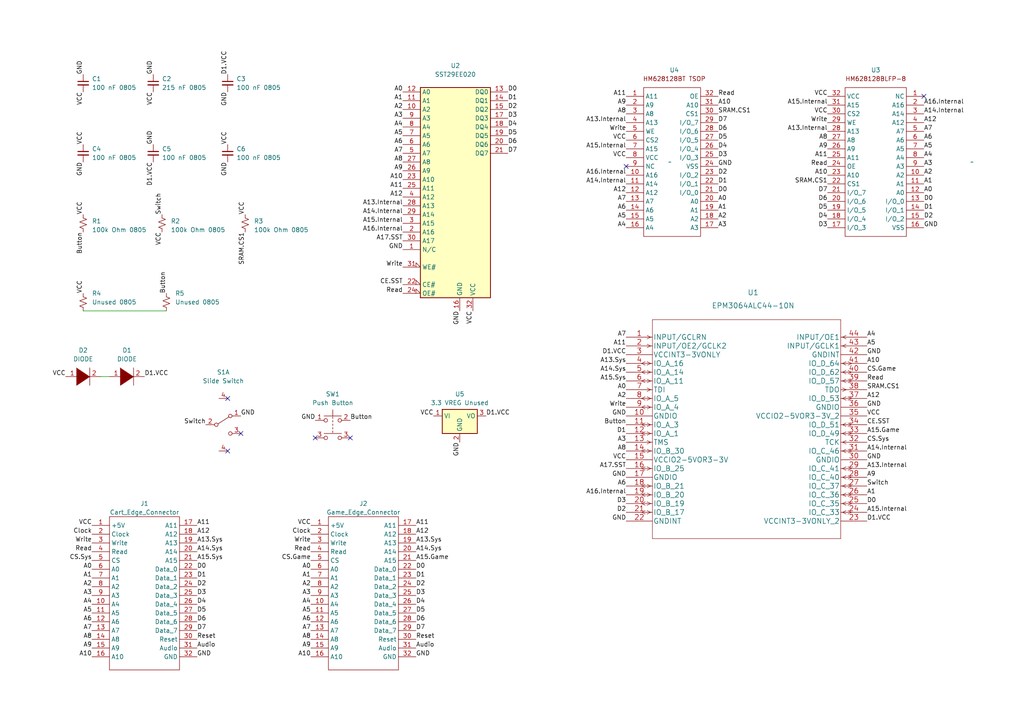
<source format=kicad_sch>
(kicad_sch (version 20230121) (generator eeschema)

  (uuid c41f34ab-ee0c-4ab4-8800-dba4333573c7)

  (paper "A4")

  (lib_symbols
    (symbol "Blaze Xplorer GB:3.3_VREG" (in_bom yes) (on_board yes)
      (property "Reference" "U5" (at 0 6.35 0)
        (effects (font (size 1.27 1.27)))
      )
      (property "Value" "3.3 VREG" (at 0 3.81 0)
        (effects (font (size 1.27 1.27)))
      )
      (property "Footprint" "" (at 0 5.08 0)
        (effects (font (size 1.27 1.27)) hide)
      )
      (property "Datasheet" "" (at 2.54 -6.35 0)
        (effects (font (size 1.27 1.27)) hide)
      )
      (property "ki_keywords" "linear regulator ldo fixed positive" (at 0 0 0)
        (effects (font (size 1.27 1.27)) hide)
      )
      (property "ki_description" "1A Low Dropout regulator, positive, 3.3V fixed output, SOT-223" (at 0 0 0)
        (effects (font (size 1.27 1.27)) hide)
      )
      (property "ki_fp_filters" "SOT?223*TabPin2*" (at 0 0 0)
        (effects (font (size 1.27 1.27)) hide)
      )
      (symbol "3.3_VREG_0_1"
        (rectangle (start -5.08 -5.08) (end 5.08 1.905)
          (stroke (width 0.254) (type default))
          (fill (type background))
        )
      )
      (symbol "3.3_VREG_1_1"
        (pin power_in line (at -7.62 0 0) (length 2.54)
          (name "VI" (effects (font (size 1.27 1.27))))
          (number "1" (effects (font (size 1.27 1.27))))
        )
        (pin power_in line (at 0 -7.62 90) (length 2.54)
          (name "GND" (effects (font (size 1.27 1.27))))
          (number "2" (effects (font (size 1.27 1.27))))
        )
        (pin power_out line (at 7.62 0 180) (length 2.54)
          (name "VO" (effects (font (size 1.27 1.27))))
          (number "3" (effects (font (size 1.27 1.27))))
        )
      )
    )
    (symbol "Blaze Xplorer GB:Button" (pin_names (offset 1.016) hide) (in_bom yes) (on_board yes)
      (property "Reference" "SW1" (at 0 7.62 0)
        (effects (font (size 1.27 1.27)))
      )
      (property "Value" "Push Button" (at 0 5.08 0)
        (effects (font (size 1.27 1.27)))
      )
      (property "Footprint" "Gameboy:1mm Side Push Button" (at 0 5.08 0)
        (effects (font (size 1.27 1.27)) hide)
      )
      (property "Datasheet" "~" (at 0 5.08 0)
        (effects (font (size 1.27 1.27)) hide)
      )
      (property "ki_keywords" "switch normally-open pushbutton push-button" (at 0 0 0)
        (effects (font (size 1.27 1.27)) hide)
      )
      (property "ki_description" "Push button switch, generic, symbol, four pins" (at 0 0 0)
        (effects (font (size 1.27 1.27)) hide)
      )
      (symbol "Button_0_1"
        (circle (center -2.032 -5.08) (radius 0.508)
          (stroke (width 0) (type default))
          (fill (type none))
        )
        (circle (center -2.032 0) (radius 0.508)
          (stroke (width 0) (type default))
          (fill (type none))
        )
        (polyline
          (pts
            (xy 0 -3.048)
            (xy 0 -3.556)
          )
          (stroke (width 0) (type default))
          (fill (type none))
        )
        (polyline
          (pts
            (xy 0 -2.032)
            (xy 0 -2.54)
          )
          (stroke (width 0) (type default))
          (fill (type none))
        )
        (polyline
          (pts
            (xy 0 -1.524)
            (xy 0 -1.016)
          )
          (stroke (width 0) (type default))
          (fill (type none))
        )
        (polyline
          (pts
            (xy 0 -0.508)
            (xy 0 0)
          )
          (stroke (width 0) (type default))
          (fill (type none))
        )
        (polyline
          (pts
            (xy 0 0.508)
            (xy 0 1.016)
          )
          (stroke (width 0) (type default))
          (fill (type none))
        )
        (polyline
          (pts
            (xy 0 1.27)
            (xy 0 3.048)
          )
          (stroke (width 0) (type default))
          (fill (type none))
        )
        (polyline
          (pts
            (xy 2.54 -3.81)
            (xy -2.54 -3.81)
          )
          (stroke (width 0) (type default))
          (fill (type none))
        )
        (polyline
          (pts
            (xy 2.54 1.27)
            (xy -2.54 1.27)
          )
          (stroke (width 0) (type default))
          (fill (type none))
        )
        (circle (center 2.032 -5.08) (radius 0.508)
          (stroke (width 0) (type default))
          (fill (type none))
        )
        (circle (center 2.032 0) (radius 0.508)
          (stroke (width 0) (type default))
          (fill (type none))
        )
        (pin passive line (at -5.08 0 0) (length 2.54)
          (name "1" (effects (font (size 1.27 1.27))))
          (number "1" (effects (font (size 1.27 1.27))))
        )
        (pin passive line (at 5.08 0 180) (length 2.54)
          (name "2" (effects (font (size 1.27 1.27))))
          (number "2" (effects (font (size 1.27 1.27))))
        )
        (pin passive line (at -5.08 -5.08 0) (length 2.54)
          (name "3" (effects (font (size 1.27 1.27))))
          (number "3" (effects (font (size 1.27 1.27))))
        )
      )
      (symbol "Button_1_1"
        (pin passive line (at 5.08 -5.08 180) (length 2.54)
          (name "3" (effects (font (size 1.27 1.27))))
          (number "3" (effects (font (size 1.27 1.27))))
        )
      )
    )
    (symbol "Blaze Xplorer GB:EPM3064ALC44-10N" (pin_names (offset 0.254)) (in_bom yes) (on_board yes)
      (property "Reference" "U1" (at 36.83 12.954 0)
        (effects (font (size 1.524 1.524)))
      )
      (property "Value" "EPM3064ALC44-10N" (at 36.83 9.144 0)
        (effects (font (size 1.524 1.524)))
      )
      (property "Footprint" "GBA:EPM3064ALC44-10N" (at 36.83 7.62 0)
        (effects (font (size 1.524 1.524)) hide)
      )
      (property "Datasheet" "" (at 0 0 0)
        (effects (font (size 1.524 1.524)))
      )
      (property "ki_locked" "" (at 0 0 0)
        (effects (font (size 1.27 1.27)))
      )
      (property "ki_fp_filters" "44-PLCC_ALR 44-PLCC_ALR-M 44-PLCC_ALR-L" (at 0 0 0)
        (effects (font (size 1.27 1.27)) hide)
      )
      (symbol "EPM3064ALC44-10N_1_1"
        (polyline
          (pts
            (xy 5.5372 -51.308)
            (xy 4.4958 -50.8)
          )
          (stroke (width 0.127) (type default))
          (fill (type none))
        )
        (polyline
          (pts
            (xy 5.5372 -50.292)
            (xy 4.4958 -50.8)
          )
          (stroke (width 0.127) (type default))
          (fill (type none))
        )
        (polyline
          (pts
            (xy 5.5372 -48.768)
            (xy 4.4958 -48.26)
          )
          (stroke (width 0.127) (type default))
          (fill (type none))
        )
        (polyline
          (pts
            (xy 5.5372 -47.752)
            (xy 4.4958 -48.26)
          )
          (stroke (width 0.127) (type default))
          (fill (type none))
        )
        (polyline
          (pts
            (xy 5.5372 -46.228)
            (xy 4.4958 -45.72)
          )
          (stroke (width 0.127) (type default))
          (fill (type none))
        )
        (polyline
          (pts
            (xy 5.5372 -45.212)
            (xy 4.4958 -45.72)
          )
          (stroke (width 0.127) (type default))
          (fill (type none))
        )
        (polyline
          (pts
            (xy 5.5372 -43.688)
            (xy 4.4958 -43.18)
          )
          (stroke (width 0.127) (type default))
          (fill (type none))
        )
        (polyline
          (pts
            (xy 5.5372 -42.672)
            (xy 4.4958 -43.18)
          )
          (stroke (width 0.127) (type default))
          (fill (type none))
        )
        (polyline
          (pts
            (xy 5.5372 -38.608)
            (xy 4.4958 -38.1)
          )
          (stroke (width 0.127) (type default))
          (fill (type none))
        )
        (polyline
          (pts
            (xy 5.5372 -37.592)
            (xy 4.4958 -38.1)
          )
          (stroke (width 0.127) (type default))
          (fill (type none))
        )
        (polyline
          (pts
            (xy 5.5372 -33.528)
            (xy 4.4958 -33.02)
          )
          (stroke (width 0.127) (type default))
          (fill (type none))
        )
        (polyline
          (pts
            (xy 5.5372 -32.512)
            (xy 4.4958 -33.02)
          )
          (stroke (width 0.127) (type default))
          (fill (type none))
        )
        (polyline
          (pts
            (xy 5.5372 -28.448)
            (xy 4.4958 -27.94)
          )
          (stroke (width 0.127) (type default))
          (fill (type none))
        )
        (polyline
          (pts
            (xy 5.5372 -27.432)
            (xy 4.4958 -27.94)
          )
          (stroke (width 0.127) (type default))
          (fill (type none))
        )
        (polyline
          (pts
            (xy 5.5372 -25.908)
            (xy 4.4958 -25.4)
          )
          (stroke (width 0.127) (type default))
          (fill (type none))
        )
        (polyline
          (pts
            (xy 5.5372 -24.892)
            (xy 4.4958 -25.4)
          )
          (stroke (width 0.127) (type default))
          (fill (type none))
        )
        (polyline
          (pts
            (xy 5.5372 -20.828)
            (xy 4.4958 -20.32)
          )
          (stroke (width 0.127) (type default))
          (fill (type none))
        )
        (polyline
          (pts
            (xy 5.5372 -19.812)
            (xy 4.4958 -20.32)
          )
          (stroke (width 0.127) (type default))
          (fill (type none))
        )
        (polyline
          (pts
            (xy 5.5372 -18.288)
            (xy 4.4958 -17.78)
          )
          (stroke (width 0.127) (type default))
          (fill (type none))
        )
        (polyline
          (pts
            (xy 5.5372 -17.272)
            (xy 4.4958 -17.78)
          )
          (stroke (width 0.127) (type default))
          (fill (type none))
        )
        (polyline
          (pts
            (xy 5.5372 -13.208)
            (xy 4.4958 -12.7)
          )
          (stroke (width 0.127) (type default))
          (fill (type none))
        )
        (polyline
          (pts
            (xy 5.5372 -12.192)
            (xy 4.4958 -12.7)
          )
          (stroke (width 0.127) (type default))
          (fill (type none))
        )
        (polyline
          (pts
            (xy 5.5372 -10.668)
            (xy 4.4958 -10.16)
          )
          (stroke (width 0.127) (type default))
          (fill (type none))
        )
        (polyline
          (pts
            (xy 5.5372 -9.652)
            (xy 4.4958 -10.16)
          )
          (stroke (width 0.127) (type default))
          (fill (type none))
        )
        (polyline
          (pts
            (xy 5.5372 -8.128)
            (xy 4.4958 -7.62)
          )
          (stroke (width 0.127) (type default))
          (fill (type none))
        )
        (polyline
          (pts
            (xy 5.5372 -7.112)
            (xy 4.4958 -7.62)
          )
          (stroke (width 0.127) (type default))
          (fill (type none))
        )
        (polyline
          (pts
            (xy 7.112 -50.8)
            (xy 6.0452 -51.308)
          )
          (stroke (width 0.127) (type default))
          (fill (type none))
        )
        (polyline
          (pts
            (xy 7.112 -50.8)
            (xy 6.0452 -50.292)
          )
          (stroke (width 0.127) (type default))
          (fill (type none))
        )
        (polyline
          (pts
            (xy 7.112 -48.26)
            (xy 6.0452 -48.768)
          )
          (stroke (width 0.127) (type default))
          (fill (type none))
        )
        (polyline
          (pts
            (xy 7.112 -48.26)
            (xy 6.0452 -47.752)
          )
          (stroke (width 0.127) (type default))
          (fill (type none))
        )
        (polyline
          (pts
            (xy 7.112 -45.72)
            (xy 6.0452 -46.228)
          )
          (stroke (width 0.127) (type default))
          (fill (type none))
        )
        (polyline
          (pts
            (xy 7.112 -45.72)
            (xy 6.0452 -45.212)
          )
          (stroke (width 0.127) (type default))
          (fill (type none))
        )
        (polyline
          (pts
            (xy 7.112 -43.18)
            (xy 6.0452 -43.688)
          )
          (stroke (width 0.127) (type default))
          (fill (type none))
        )
        (polyline
          (pts
            (xy 7.112 -43.18)
            (xy 6.0452 -42.672)
          )
          (stroke (width 0.127) (type default))
          (fill (type none))
        )
        (polyline
          (pts
            (xy 7.112 -38.1)
            (xy 6.0452 -38.608)
          )
          (stroke (width 0.127) (type default))
          (fill (type none))
        )
        (polyline
          (pts
            (xy 7.112 -38.1)
            (xy 6.0452 -37.592)
          )
          (stroke (width 0.127) (type default))
          (fill (type none))
        )
        (polyline
          (pts
            (xy 7.112 -33.02)
            (xy 6.0452 -33.528)
          )
          (stroke (width 0.127) (type default))
          (fill (type none))
        )
        (polyline
          (pts
            (xy 7.112 -33.02)
            (xy 6.0452 -32.512)
          )
          (stroke (width 0.127) (type default))
          (fill (type none))
        )
        (polyline
          (pts
            (xy 7.112 -30.48)
            (xy 6.0452 -30.988)
          )
          (stroke (width 0.127) (type default))
          (fill (type none))
        )
        (polyline
          (pts
            (xy 7.112 -30.48)
            (xy 6.0452 -29.972)
          )
          (stroke (width 0.127) (type default))
          (fill (type none))
        )
        (polyline
          (pts
            (xy 7.112 -27.94)
            (xy 6.0452 -28.448)
          )
          (stroke (width 0.127) (type default))
          (fill (type none))
        )
        (polyline
          (pts
            (xy 7.112 -27.94)
            (xy 6.0452 -27.432)
          )
          (stroke (width 0.127) (type default))
          (fill (type none))
        )
        (polyline
          (pts
            (xy 7.112 -25.4)
            (xy 6.0452 -25.908)
          )
          (stroke (width 0.127) (type default))
          (fill (type none))
        )
        (polyline
          (pts
            (xy 7.112 -25.4)
            (xy 6.0452 -24.892)
          )
          (stroke (width 0.127) (type default))
          (fill (type none))
        )
        (polyline
          (pts
            (xy 7.112 -20.32)
            (xy 6.0452 -20.828)
          )
          (stroke (width 0.127) (type default))
          (fill (type none))
        )
        (polyline
          (pts
            (xy 7.112 -20.32)
            (xy 6.0452 -19.812)
          )
          (stroke (width 0.127) (type default))
          (fill (type none))
        )
        (polyline
          (pts
            (xy 7.112 -17.78)
            (xy 6.0452 -18.288)
          )
          (stroke (width 0.127) (type default))
          (fill (type none))
        )
        (polyline
          (pts
            (xy 7.112 -17.78)
            (xy 6.0452 -17.272)
          )
          (stroke (width 0.127) (type default))
          (fill (type none))
        )
        (polyline
          (pts
            (xy 7.112 -15.24)
            (xy 6.0452 -15.748)
          )
          (stroke (width 0.127) (type default))
          (fill (type none))
        )
        (polyline
          (pts
            (xy 7.112 -15.24)
            (xy 6.0452 -14.732)
          )
          (stroke (width 0.127) (type default))
          (fill (type none))
        )
        (polyline
          (pts
            (xy 7.112 -12.7)
            (xy 6.0452 -13.208)
          )
          (stroke (width 0.127) (type default))
          (fill (type none))
        )
        (polyline
          (pts
            (xy 7.112 -12.7)
            (xy 6.0452 -12.192)
          )
          (stroke (width 0.127) (type default))
          (fill (type none))
        )
        (polyline
          (pts
            (xy 7.112 -10.16)
            (xy 6.0452 -10.668)
          )
          (stroke (width 0.127) (type default))
          (fill (type none))
        )
        (polyline
          (pts
            (xy 7.112 -10.16)
            (xy 6.0452 -9.652)
          )
          (stroke (width 0.127) (type default))
          (fill (type none))
        )
        (polyline
          (pts
            (xy 7.112 -7.62)
            (xy 6.0452 -8.128)
          )
          (stroke (width 0.127) (type default))
          (fill (type none))
        )
        (polyline
          (pts
            (xy 7.112 -7.62)
            (xy 6.0452 -7.112)
          )
          (stroke (width 0.127) (type default))
          (fill (type none))
        )
        (polyline
          (pts
            (xy 7.112 -2.54)
            (xy 6.0452 -3.048)
          )
          (stroke (width 0.127) (type default))
          (fill (type none))
        )
        (polyline
          (pts
            (xy 7.112 -2.54)
            (xy 6.0452 -2.032)
          )
          (stroke (width 0.127) (type default))
          (fill (type none))
        )
        (polyline
          (pts
            (xy 7.112 0)
            (xy 6.0452 -0.508)
          )
          (stroke (width 0.127) (type default))
          (fill (type none))
        )
        (polyline
          (pts
            (xy 7.112 0)
            (xy 6.0452 0.508)
          )
          (stroke (width 0.127) (type default))
          (fill (type none))
        )
        (polyline
          (pts
            (xy 7.62 -58.42)
            (xy 62.23 -58.42)
          )
          (stroke (width 0.127) (type default))
          (fill (type none))
        )
        (polyline
          (pts
            (xy 7.62 5.08)
            (xy 7.62 -58.42)
          )
          (stroke (width 0.127) (type default))
          (fill (type none))
        )
        (polyline
          (pts
            (xy 62.23 -58.42)
            (xy 62.23 5.08)
          )
          (stroke (width 0.127) (type default))
          (fill (type none))
        )
        (polyline
          (pts
            (xy 62.23 5.08)
            (xy 7.62 5.08)
          )
          (stroke (width 0.127) (type default))
          (fill (type none))
        )
        (polyline
          (pts
            (xy 62.738 -50.8)
            (xy 63.8048 -51.308)
          )
          (stroke (width 0.127) (type default))
          (fill (type none))
        )
        (polyline
          (pts
            (xy 62.738 -50.8)
            (xy 63.8048 -50.292)
          )
          (stroke (width 0.127) (type default))
          (fill (type none))
        )
        (polyline
          (pts
            (xy 62.738 -48.26)
            (xy 63.8048 -48.768)
          )
          (stroke (width 0.127) (type default))
          (fill (type none))
        )
        (polyline
          (pts
            (xy 62.738 -48.26)
            (xy 63.8048 -47.752)
          )
          (stroke (width 0.127) (type default))
          (fill (type none))
        )
        (polyline
          (pts
            (xy 62.738 -45.72)
            (xy 63.8048 -46.228)
          )
          (stroke (width 0.127) (type default))
          (fill (type none))
        )
        (polyline
          (pts
            (xy 62.738 -45.72)
            (xy 63.8048 -45.212)
          )
          (stroke (width 0.127) (type default))
          (fill (type none))
        )
        (polyline
          (pts
            (xy 62.738 -43.18)
            (xy 63.8048 -43.688)
          )
          (stroke (width 0.127) (type default))
          (fill (type none))
        )
        (polyline
          (pts
            (xy 62.738 -43.18)
            (xy 63.8048 -42.672)
          )
          (stroke (width 0.127) (type default))
          (fill (type none))
        )
        (polyline
          (pts
            (xy 62.738 -40.64)
            (xy 63.8048 -41.148)
          )
          (stroke (width 0.127) (type default))
          (fill (type none))
        )
        (polyline
          (pts
            (xy 62.738 -40.64)
            (xy 63.8048 -40.132)
          )
          (stroke (width 0.127) (type default))
          (fill (type none))
        )
        (polyline
          (pts
            (xy 62.738 -38.1)
            (xy 63.8048 -38.608)
          )
          (stroke (width 0.127) (type default))
          (fill (type none))
        )
        (polyline
          (pts
            (xy 62.738 -38.1)
            (xy 63.8048 -37.592)
          )
          (stroke (width 0.127) (type default))
          (fill (type none))
        )
        (polyline
          (pts
            (xy 62.738 -33.02)
            (xy 63.8048 -33.528)
          )
          (stroke (width 0.127) (type default))
          (fill (type none))
        )
        (polyline
          (pts
            (xy 62.738 -33.02)
            (xy 63.8048 -32.512)
          )
          (stroke (width 0.127) (type default))
          (fill (type none))
        )
        (polyline
          (pts
            (xy 62.738 -30.48)
            (xy 63.8048 -30.988)
          )
          (stroke (width 0.127) (type default))
          (fill (type none))
        )
        (polyline
          (pts
            (xy 62.738 -30.48)
            (xy 63.8048 -29.972)
          )
          (stroke (width 0.127) (type default))
          (fill (type none))
        )
        (polyline
          (pts
            (xy 62.738 -27.94)
            (xy 63.8048 -28.448)
          )
          (stroke (width 0.127) (type default))
          (fill (type none))
        )
        (polyline
          (pts
            (xy 62.738 -27.94)
            (xy 63.8048 -27.432)
          )
          (stroke (width 0.127) (type default))
          (fill (type none))
        )
        (polyline
          (pts
            (xy 62.738 -25.4)
            (xy 63.8048 -25.908)
          )
          (stroke (width 0.127) (type default))
          (fill (type none))
        )
        (polyline
          (pts
            (xy 62.738 -25.4)
            (xy 63.8048 -24.892)
          )
          (stroke (width 0.127) (type default))
          (fill (type none))
        )
        (polyline
          (pts
            (xy 62.738 -17.78)
            (xy 63.8048 -18.288)
          )
          (stroke (width 0.127) (type default))
          (fill (type none))
        )
        (polyline
          (pts
            (xy 62.738 -17.78)
            (xy 63.8048 -17.272)
          )
          (stroke (width 0.127) (type default))
          (fill (type none))
        )
        (polyline
          (pts
            (xy 62.738 -15.748)
            (xy 63.8048 -15.24)
          )
          (stroke (width 0.127) (type default))
          (fill (type none))
        )
        (polyline
          (pts
            (xy 62.738 -14.732)
            (xy 63.8048 -15.24)
          )
          (stroke (width 0.127) (type default))
          (fill (type none))
        )
        (polyline
          (pts
            (xy 62.738 -12.7)
            (xy 63.8048 -13.208)
          )
          (stroke (width 0.127) (type default))
          (fill (type none))
        )
        (polyline
          (pts
            (xy 62.738 -12.7)
            (xy 63.8048 -12.192)
          )
          (stroke (width 0.127) (type default))
          (fill (type none))
        )
        (polyline
          (pts
            (xy 62.738 -10.16)
            (xy 63.8048 -10.668)
          )
          (stroke (width 0.127) (type default))
          (fill (type none))
        )
        (polyline
          (pts
            (xy 62.738 -10.16)
            (xy 63.8048 -9.652)
          )
          (stroke (width 0.127) (type default))
          (fill (type none))
        )
        (polyline
          (pts
            (xy 62.738 -7.62)
            (xy 63.8048 -8.128)
          )
          (stroke (width 0.127) (type default))
          (fill (type none))
        )
        (polyline
          (pts
            (xy 62.738 -7.62)
            (xy 63.8048 -7.112)
          )
          (stroke (width 0.127) (type default))
          (fill (type none))
        )
        (polyline
          (pts
            (xy 62.738 -2.54)
            (xy 63.8048 -3.048)
          )
          (stroke (width 0.127) (type default))
          (fill (type none))
        )
        (polyline
          (pts
            (xy 62.738 -2.54)
            (xy 63.8048 -2.032)
          )
          (stroke (width 0.127) (type default))
          (fill (type none))
        )
        (polyline
          (pts
            (xy 62.738 0)
            (xy 63.8048 -0.508)
          )
          (stroke (width 0.127) (type default))
          (fill (type none))
        )
        (polyline
          (pts
            (xy 62.738 0)
            (xy 63.8048 0.508)
          )
          (stroke (width 0.127) (type default))
          (fill (type none))
        )
        (polyline
          (pts
            (xy 64.3128 -51.308)
            (xy 65.3542 -50.8)
          )
          (stroke (width 0.127) (type default))
          (fill (type none))
        )
        (polyline
          (pts
            (xy 64.3128 -50.292)
            (xy 65.3542 -50.8)
          )
          (stroke (width 0.127) (type default))
          (fill (type none))
        )
        (polyline
          (pts
            (xy 64.3128 -48.768)
            (xy 65.3542 -48.26)
          )
          (stroke (width 0.127) (type default))
          (fill (type none))
        )
        (polyline
          (pts
            (xy 64.3128 -47.752)
            (xy 65.3542 -48.26)
          )
          (stroke (width 0.127) (type default))
          (fill (type none))
        )
        (polyline
          (pts
            (xy 64.3128 -46.228)
            (xy 65.3542 -45.72)
          )
          (stroke (width 0.127) (type default))
          (fill (type none))
        )
        (polyline
          (pts
            (xy 64.3128 -45.212)
            (xy 65.3542 -45.72)
          )
          (stroke (width 0.127) (type default))
          (fill (type none))
        )
        (polyline
          (pts
            (xy 64.3128 -43.688)
            (xy 65.3542 -43.18)
          )
          (stroke (width 0.127) (type default))
          (fill (type none))
        )
        (polyline
          (pts
            (xy 64.3128 -42.672)
            (xy 65.3542 -43.18)
          )
          (stroke (width 0.127) (type default))
          (fill (type none))
        )
        (polyline
          (pts
            (xy 64.3128 -41.148)
            (xy 65.3542 -40.64)
          )
          (stroke (width 0.127) (type default))
          (fill (type none))
        )
        (polyline
          (pts
            (xy 64.3128 -40.132)
            (xy 65.3542 -40.64)
          )
          (stroke (width 0.127) (type default))
          (fill (type none))
        )
        (polyline
          (pts
            (xy 64.3128 -38.608)
            (xy 65.3542 -38.1)
          )
          (stroke (width 0.127) (type default))
          (fill (type none))
        )
        (polyline
          (pts
            (xy 64.3128 -37.592)
            (xy 65.3542 -38.1)
          )
          (stroke (width 0.127) (type default))
          (fill (type none))
        )
        (polyline
          (pts
            (xy 64.3128 -33.528)
            (xy 65.3542 -33.02)
          )
          (stroke (width 0.127) (type default))
          (fill (type none))
        )
        (polyline
          (pts
            (xy 64.3128 -32.512)
            (xy 65.3542 -33.02)
          )
          (stroke (width 0.127) (type default))
          (fill (type none))
        )
        (polyline
          (pts
            (xy 64.3128 -28.448)
            (xy 65.3542 -27.94)
          )
          (stroke (width 0.127) (type default))
          (fill (type none))
        )
        (polyline
          (pts
            (xy 64.3128 -27.432)
            (xy 65.3542 -27.94)
          )
          (stroke (width 0.127) (type default))
          (fill (type none))
        )
        (polyline
          (pts
            (xy 64.3128 -25.908)
            (xy 65.3542 -25.4)
          )
          (stroke (width 0.127) (type default))
          (fill (type none))
        )
        (polyline
          (pts
            (xy 64.3128 -24.892)
            (xy 65.3542 -25.4)
          )
          (stroke (width 0.127) (type default))
          (fill (type none))
        )
        (polyline
          (pts
            (xy 64.3128 -18.288)
            (xy 65.3542 -17.78)
          )
          (stroke (width 0.127) (type default))
          (fill (type none))
        )
        (polyline
          (pts
            (xy 64.3128 -17.272)
            (xy 65.3542 -17.78)
          )
          (stroke (width 0.127) (type default))
          (fill (type none))
        )
        (polyline
          (pts
            (xy 64.3128 -13.208)
            (xy 65.3542 -12.7)
          )
          (stroke (width 0.127) (type default))
          (fill (type none))
        )
        (polyline
          (pts
            (xy 64.3128 -12.192)
            (xy 65.3542 -12.7)
          )
          (stroke (width 0.127) (type default))
          (fill (type none))
        )
        (polyline
          (pts
            (xy 64.3128 -10.668)
            (xy 65.3542 -10.16)
          )
          (stroke (width 0.127) (type default))
          (fill (type none))
        )
        (polyline
          (pts
            (xy 64.3128 -9.652)
            (xy 65.3542 -10.16)
          )
          (stroke (width 0.127) (type default))
          (fill (type none))
        )
        (polyline
          (pts
            (xy 64.3128 -8.128)
            (xy 65.3542 -7.62)
          )
          (stroke (width 0.127) (type default))
          (fill (type none))
        )
        (polyline
          (pts
            (xy 64.3128 -7.112)
            (xy 65.3542 -7.62)
          )
          (stroke (width 0.127) (type default))
          (fill (type none))
        )
        (pin input line (at 0 0 0) (length 7.62)
          (name "INPUT/GCLRN" (effects (font (size 1.4986 1.4986))))
          (number "1" (effects (font (size 1.4986 1.4986))))
        )
        (pin power_in line (at 0 -22.86 0) (length 7.62)
          (name "GNDIO" (effects (font (size 1.4986 1.4986))))
          (number "10" (effects (font (size 1.4986 1.4986))))
        )
        (pin bidirectional line (at 0 -25.4 0) (length 7.62)
          (name "IO_A_3" (effects (font (size 1.4986 1.4986))))
          (number "11" (effects (font (size 1.4986 1.4986))))
        )
        (pin bidirectional line (at 0 -27.94 0) (length 7.62)
          (name "IO_A_1" (effects (font (size 1.4986 1.4986))))
          (number "12" (effects (font (size 1.4986 1.4986))))
        )
        (pin input line (at 0 -30.48 0) (length 7.62)
          (name "TMS" (effects (font (size 1.4986 1.4986))))
          (number "13" (effects (font (size 1.4986 1.4986))))
        )
        (pin bidirectional line (at 0 -33.02 0) (length 7.62)
          (name "IO_B_30" (effects (font (size 1.4986 1.4986))))
          (number "14" (effects (font (size 1.4986 1.4986))))
        )
        (pin power_in line (at 0 -35.56 0) (length 7.62)
          (name "VCCIO2-5VOR3-3V" (effects (font (size 1.4986 1.4986))))
          (number "15" (effects (font (size 1.4986 1.4986))))
        )
        (pin bidirectional line (at 0 -38.1 0) (length 7.62)
          (name "IO_B_25" (effects (font (size 1.4986 1.4986))))
          (number "16" (effects (font (size 1.4986 1.4986))))
        )
        (pin power_in line (at 0 -40.64 0) (length 7.62)
          (name "GNDIO" (effects (font (size 1.4986 1.4986))))
          (number "17" (effects (font (size 1.4986 1.4986))))
        )
        (pin bidirectional line (at 0 -43.18 0) (length 7.62)
          (name "IO_B_21" (effects (font (size 1.4986 1.4986))))
          (number "18" (effects (font (size 1.4986 1.4986))))
        )
        (pin bidirectional line (at 0 -45.72 0) (length 7.62)
          (name "IO_B_20" (effects (font (size 1.4986 1.4986))))
          (number "19" (effects (font (size 1.4986 1.4986))))
        )
        (pin input line (at 0 -2.54 0) (length 7.62)
          (name "INPUT/OE2/GCLK2" (effects (font (size 1.4986 1.4986))))
          (number "2" (effects (font (size 1.4986 1.4986))))
        )
        (pin bidirectional line (at 0 -48.26 0) (length 7.62)
          (name "IO_B_19" (effects (font (size 1.4986 1.4986))))
          (number "20" (effects (font (size 1.4986 1.4986))))
        )
        (pin bidirectional line (at 0 -50.8 0) (length 7.62)
          (name "IO_B_17" (effects (font (size 1.4986 1.4986))))
          (number "21" (effects (font (size 1.4986 1.4986))))
        )
        (pin power_in line (at 0 -53.34 0) (length 7.62)
          (name "GNDINT" (effects (font (size 1.4986 1.4986))))
          (number "22" (effects (font (size 1.4986 1.4986))))
        )
        (pin power_in line (at 69.85 -53.34 180) (length 7.62)
          (name "VCCINT3-3VONLY_2" (effects (font (size 1.4986 1.4986))))
          (number "23" (effects (font (size 1.4986 1.4986))))
        )
        (pin bidirectional line (at 69.85 -50.8 180) (length 7.62)
          (name "IO_C_33" (effects (font (size 1.4986 1.4986))))
          (number "24" (effects (font (size 1.4986 1.4986))))
        )
        (pin bidirectional line (at 69.85 -48.26 180) (length 7.62)
          (name "IO_C_35" (effects (font (size 1.4986 1.4986))))
          (number "25" (effects (font (size 1.4986 1.4986))))
        )
        (pin bidirectional line (at 69.85 -45.72 180) (length 7.62)
          (name "IO_C_36" (effects (font (size 1.4986 1.4986))))
          (number "26" (effects (font (size 1.4986 1.4986))))
        )
        (pin bidirectional line (at 69.85 -43.18 180) (length 7.62)
          (name "IO_C_37" (effects (font (size 1.4986 1.4986))))
          (number "27" (effects (font (size 1.4986 1.4986))))
        )
        (pin bidirectional line (at 69.85 -40.64 180) (length 7.62)
          (name "IO_C_40" (effects (font (size 1.4986 1.4986))))
          (number "28" (effects (font (size 1.4986 1.4986))))
        )
        (pin bidirectional line (at 69.85 -38.1 180) (length 7.62)
          (name "IO_C_41" (effects (font (size 1.4986 1.4986))))
          (number "29" (effects (font (size 1.4986 1.4986))))
        )
        (pin power_in line (at 0 -5.08 0) (length 7.62)
          (name "VCCINT3-3VONLY" (effects (font (size 1.4986 1.4986))))
          (number "3" (effects (font (size 1.4986 1.4986))))
        )
        (pin power_in line (at 69.85 -35.56 180) (length 7.62)
          (name "GNDIO" (effects (font (size 1.4986 1.4986))))
          (number "30" (effects (font (size 1.4986 1.4986))))
        )
        (pin bidirectional line (at 69.85 -33.02 180) (length 7.62)
          (name "IO_C_46" (effects (font (size 1.4986 1.4986))))
          (number "31" (effects (font (size 1.4986 1.4986))))
        )
        (pin input line (at 69.85 -30.48 180) (length 7.62)
          (name "TCK" (effects (font (size 1.4986 1.4986))))
          (number "32" (effects (font (size 1.4986 1.4986))))
        )
        (pin bidirectional line (at 69.85 -27.94 180) (length 7.62)
          (name "IO_D_49" (effects (font (size 1.4986 1.4986))))
          (number "33" (effects (font (size 1.4986 1.4986))))
        )
        (pin bidirectional line (at 69.85 -25.4 180) (length 7.62)
          (name "IO_D_51" (effects (font (size 1.4986 1.4986))))
          (number "34" (effects (font (size 1.4986 1.4986))))
        )
        (pin power_in line (at 69.85 -22.86 180) (length 7.62)
          (name "VCCIO2-5VOR3-3V_2" (effects (font (size 1.4986 1.4986))))
          (number "35" (effects (font (size 1.4986 1.4986))))
        )
        (pin power_in line (at 69.85 -20.32 180) (length 7.62)
          (name "GNDIO" (effects (font (size 1.4986 1.4986))))
          (number "36" (effects (font (size 1.4986 1.4986))))
        )
        (pin bidirectional line (at 69.85 -17.78 180) (length 7.62)
          (name "IO_D_53" (effects (font (size 1.4986 1.4986))))
          (number "37" (effects (font (size 1.4986 1.4986))))
        )
        (pin output line (at 69.85 -15.24 180) (length 7.62)
          (name "TDO" (effects (font (size 1.4986 1.4986))))
          (number "38" (effects (font (size 1.4986 1.4986))))
        )
        (pin bidirectional line (at 69.85 -12.7 180) (length 7.62)
          (name "IO_D_57" (effects (font (size 1.4986 1.4986))))
          (number "39" (effects (font (size 1.4986 1.4986))))
        )
        (pin bidirectional line (at 0 -7.62 0) (length 7.62)
          (name "IO_A_16" (effects (font (size 1.4986 1.4986))))
          (number "4" (effects (font (size 1.4986 1.4986))))
        )
        (pin bidirectional line (at 69.85 -10.16 180) (length 7.62)
          (name "IO_D_62" (effects (font (size 1.4986 1.4986))))
          (number "40" (effects (font (size 1.4986 1.4986))))
        )
        (pin bidirectional line (at 69.85 -7.62 180) (length 7.62)
          (name "IO_D_64" (effects (font (size 1.4986 1.4986))))
          (number "41" (effects (font (size 1.4986 1.4986))))
        )
        (pin power_in line (at 69.85 -5.08 180) (length 7.62)
          (name "GNDINT" (effects (font (size 1.4986 1.4986))))
          (number "42" (effects (font (size 1.4986 1.4986))))
        )
        (pin input line (at 69.85 -2.54 180) (length 7.62)
          (name "INPUT/GCLK1" (effects (font (size 1.4986 1.4986))))
          (number "43" (effects (font (size 1.4986 1.4986))))
        )
        (pin input line (at 69.85 0 180) (length 7.62)
          (name "INPUT/OE1" (effects (font (size 1.4986 1.4986))))
          (number "44" (effects (font (size 1.4986 1.4986))))
        )
        (pin bidirectional line (at 0 -10.16 0) (length 7.62)
          (name "IO_A_14" (effects (font (size 1.4986 1.4986))))
          (number "5" (effects (font (size 1.4986 1.4986))))
        )
        (pin bidirectional line (at 0 -12.7 0) (length 7.62)
          (name "IO_A_11" (effects (font (size 1.4986 1.4986))))
          (number "6" (effects (font (size 1.4986 1.4986))))
        )
        (pin input line (at 0 -15.24 0) (length 7.62)
          (name "TDI" (effects (font (size 1.4986 1.4986))))
          (number "7" (effects (font (size 1.4986 1.4986))))
        )
        (pin bidirectional line (at 0 -17.78 0) (length 7.62)
          (name "IO_A_5" (effects (font (size 1.4986 1.4986))))
          (number "8" (effects (font (size 1.4986 1.4986))))
        )
        (pin bidirectional line (at 0 -20.32 0) (length 7.62)
          (name "IO_A_4" (effects (font (size 1.4986 1.4986))))
          (number "9" (effects (font (size 1.4986 1.4986))))
        )
      )
    )
    (symbol "Blaze Xplorer GB:HM628128B" (in_bom yes) (on_board yes)
      (property "Reference" "U3" (at 0 26.67 0)
        (effects (font (size 1.27 1.27)))
      )
      (property "Value" "~" (at 27.94 0 0)
        (effects (font (size 1.27 1.27)))
      )
      (property "Footprint" "" (at 27.94 0 0)
        (effects (font (size 1.27 1.27)) hide)
      )
      (property "Datasheet" "" (at 27.94 0 0)
        (effects (font (size 1.27 1.27)) hide)
      )
      (symbol "HM628128B_0_1"
        (rectangle (start -8.89 21.59) (end 8.89 -21.59)
          (stroke (width 0) (type default))
          (fill (type none))
        )
      )
      (symbol "HM628128B_1_1"
        (text "HM628128BLFP-8" (at 0 24.13 0)
          (effects (font (size 1.27 1.27)))
        )
        (pin input line (at 13.97 19.05 180) (length 5.08)
          (name "NC" (effects (font (size 1.27 1.27))))
          (number "1" (effects (font (size 1.27 1.27))))
        )
        (pin input line (at 13.97 -3.81 180) (length 5.08)
          (name "A2" (effects (font (size 1.27 1.27))))
          (number "10" (effects (font (size 1.27 1.27))))
        )
        (pin input line (at 13.97 -6.35 180) (length 5.08)
          (name "A1" (effects (font (size 1.27 1.27))))
          (number "11" (effects (font (size 1.27 1.27))))
        )
        (pin input line (at 13.97 -8.89 180) (length 5.08)
          (name "A0" (effects (font (size 1.27 1.27))))
          (number "12" (effects (font (size 1.27 1.27))))
        )
        (pin bidirectional line (at 13.97 -11.43 180) (length 5.08)
          (name "I/O_0" (effects (font (size 1.27 1.27))))
          (number "13" (effects (font (size 1.27 1.27))))
        )
        (pin bidirectional line (at 13.97 -13.97 180) (length 5.08)
          (name "I/O_1" (effects (font (size 1.27 1.27))))
          (number "14" (effects (font (size 1.27 1.27))))
        )
        (pin bidirectional line (at 13.97 -16.51 180) (length 5.08)
          (name "I/O_2" (effects (font (size 1.27 1.27))))
          (number "15" (effects (font (size 1.27 1.27))))
        )
        (pin power_in line (at 13.97 -19.05 180) (length 5.08)
          (name "VSS" (effects (font (size 1.27 1.27))))
          (number "16" (effects (font (size 1.27 1.27))))
        )
        (pin bidirectional line (at -13.97 -19.05 0) (length 5.08)
          (name "I/O_3" (effects (font (size 1.27 1.27))))
          (number "17" (effects (font (size 1.27 1.27))))
        )
        (pin bidirectional line (at -13.97 -16.51 0) (length 5.08)
          (name "I/O_4" (effects (font (size 1.27 1.27))))
          (number "18" (effects (font (size 1.27 1.27))))
        )
        (pin bidirectional line (at -13.97 -13.97 0) (length 5.08)
          (name "I/O_5" (effects (font (size 1.27 1.27))))
          (number "19" (effects (font (size 1.27 1.27))))
        )
        (pin input line (at 13.97 16.51 180) (length 5.08)
          (name "A16" (effects (font (size 1.27 1.27))))
          (number "2" (effects (font (size 1.27 1.27))))
        )
        (pin bidirectional line (at -13.97 -11.43 0) (length 5.08)
          (name "I/O_6" (effects (font (size 1.27 1.27))))
          (number "20" (effects (font (size 1.27 1.27))))
        )
        (pin bidirectional line (at -13.97 -8.89 0) (length 5.08)
          (name "I/O_7" (effects (font (size 1.27 1.27))))
          (number "21" (effects (font (size 1.27 1.27))))
        )
        (pin input line (at -13.97 -6.35 0) (length 5.08)
          (name "CS1" (effects (font (size 1.27 1.27))))
          (number "22" (effects (font (size 1.27 1.27))))
        )
        (pin input line (at -13.97 -3.81 0) (length 5.08)
          (name "A10" (effects (font (size 1.27 1.27))))
          (number "23" (effects (font (size 1.27 1.27))))
        )
        (pin input line (at -13.97 -1.27 0) (length 5.08)
          (name "OE" (effects (font (size 1.27 1.27))))
          (number "24" (effects (font (size 1.27 1.27))))
        )
        (pin input line (at -13.97 1.27 0) (length 5.08)
          (name "A11" (effects (font (size 1.27 1.27))))
          (number "25" (effects (font (size 1.27 1.27))))
        )
        (pin input line (at -13.97 3.81 0) (length 5.08)
          (name "A9" (effects (font (size 1.27 1.27))))
          (number "26" (effects (font (size 1.27 1.27))))
        )
        (pin input line (at -13.97 6.35 0) (length 5.08)
          (name "A8" (effects (font (size 1.27 1.27))))
          (number "27" (effects (font (size 1.27 1.27))))
        )
        (pin input line (at -13.97 8.89 0) (length 5.08)
          (name "A13" (effects (font (size 1.27 1.27))))
          (number "28" (effects (font (size 1.27 1.27))))
        )
        (pin input line (at -13.97 11.43 0) (length 5.08)
          (name "WE" (effects (font (size 1.27 1.27))))
          (number "29" (effects (font (size 1.27 1.27))))
        )
        (pin input line (at 13.97 13.97 180) (length 5.08)
          (name "A14" (effects (font (size 1.27 1.27))))
          (number "3" (effects (font (size 1.27 1.27))))
        )
        (pin input line (at -13.97 13.97 0) (length 5.08)
          (name "CS2" (effects (font (size 1.27 1.27))))
          (number "30" (effects (font (size 1.27 1.27))))
        )
        (pin input line (at -13.97 16.51 0) (length 5.08)
          (name "A15" (effects (font (size 1.27 1.27))))
          (number "31" (effects (font (size 1.27 1.27))))
        )
        (pin power_in line (at -13.97 19.05 0) (length 5.08)
          (name "VCC" (effects (font (size 1.27 1.27))))
          (number "32" (effects (font (size 1.27 1.27))))
        )
        (pin input line (at 13.97 11.43 180) (length 5.08)
          (name "A12" (effects (font (size 1.27 1.27))))
          (number "4" (effects (font (size 1.27 1.27))))
        )
        (pin input line (at 13.97 8.89 180) (length 5.08)
          (name "A7" (effects (font (size 1.27 1.27))))
          (number "5" (effects (font (size 1.27 1.27))))
        )
        (pin input line (at 13.97 6.35 180) (length 5.08)
          (name "A6" (effects (font (size 1.27 1.27))))
          (number "6" (effects (font (size 1.27 1.27))))
        )
        (pin input line (at 13.97 3.81 180) (length 5.08)
          (name "A5" (effects (font (size 1.27 1.27))))
          (number "7" (effects (font (size 1.27 1.27))))
        )
        (pin input line (at 13.97 1.27 180) (length 5.08)
          (name "A4" (effects (font (size 1.27 1.27))))
          (number "8" (effects (font (size 1.27 1.27))))
        )
        (pin input line (at 13.97 -1.27 180) (length 5.08)
          (name "A3" (effects (font (size 1.27 1.27))))
          (number "9" (effects (font (size 1.27 1.27))))
        )
      )
    )
    (symbol "Blaze Xplorer GB:HM628128BLT" (in_bom yes) (on_board yes)
      (property "Reference" "U" (at 0 0 0)
        (effects (font (size 1.27 1.27)))
      )
      (property "Value" "" (at 0 0 0)
        (effects (font (size 1.27 1.27)))
      )
      (property "Footprint" "" (at 0 0 0)
        (effects (font (size 1.27 1.27)) hide)
      )
      (property "Datasheet" "" (at 0 0 0)
        (effects (font (size 1.27 1.27)) hide)
      )
      (symbol "HM628128BLT_0_1"
        (rectangle (start -7.62 21.59) (end 8.89 -21.59)
          (stroke (width 0) (type default))
          (fill (type none))
        )
      )
      (symbol "HM628128BLT_1_1"
        (text "HM628128BT TSOP" (at 1.27 24.13 0)
          (effects (font (size 1.27 1.27)))
        )
        (pin input line (at -12.7 19.05 0) (length 5.08)
          (name "A11" (effects (font (size 1.27 1.27))))
          (number "1" (effects (font (size 1.27 1.27))))
        )
        (pin input line (at -12.7 -3.81 0) (length 5.08)
          (name "A16" (effects (font (size 1.27 1.27))))
          (number "10" (effects (font (size 1.27 1.27))))
        )
        (pin input line (at -12.7 -6.35 0) (length 5.08)
          (name "A14" (effects (font (size 1.27 1.27))))
          (number "11" (effects (font (size 1.27 1.27))))
        )
        (pin input line (at -12.7 -8.89 0) (length 5.08)
          (name "A12" (effects (font (size 1.27 1.27))))
          (number "12" (effects (font (size 1.27 1.27))))
        )
        (pin input line (at -12.7 -11.43 0) (length 5.08)
          (name "A7" (effects (font (size 1.27 1.27))))
          (number "13" (effects (font (size 1.27 1.27))))
        )
        (pin input line (at -12.7 -13.97 0) (length 5.08)
          (name "A6" (effects (font (size 1.27 1.27))))
          (number "14" (effects (font (size 1.27 1.27))))
        )
        (pin input line (at -12.7 -16.51 0) (length 5.08)
          (name "A5" (effects (font (size 1.27 1.27))))
          (number "15" (effects (font (size 1.27 1.27))))
        )
        (pin input line (at -12.7 -19.05 0) (length 5.08)
          (name "A4" (effects (font (size 1.27 1.27))))
          (number "16" (effects (font (size 1.27 1.27))))
        )
        (pin input line (at 13.97 -19.05 180) (length 5.08)
          (name "A3" (effects (font (size 1.27 1.27))))
          (number "17" (effects (font (size 1.27 1.27))))
        )
        (pin input line (at 13.97 -16.51 180) (length 5.08)
          (name "A2" (effects (font (size 1.27 1.27))))
          (number "18" (effects (font (size 1.27 1.27))))
        )
        (pin input line (at 13.97 -13.97 180) (length 5.08)
          (name "A1" (effects (font (size 1.27 1.27))))
          (number "19" (effects (font (size 1.27 1.27))))
        )
        (pin input line (at -12.7 16.51 0) (length 5.08)
          (name "A9" (effects (font (size 1.27 1.27))))
          (number "2" (effects (font (size 1.27 1.27))))
        )
        (pin input line (at 13.97 -11.43 180) (length 5.08)
          (name "A0" (effects (font (size 1.27 1.27))))
          (number "20" (effects (font (size 1.27 1.27))))
        )
        (pin bidirectional line (at 13.97 -8.89 180) (length 5.08)
          (name "I/O_0" (effects (font (size 1.27 1.27))))
          (number "21" (effects (font (size 1.27 1.27))))
        )
        (pin bidirectional line (at 13.97 -6.35 180) (length 5.08)
          (name "I/O_1" (effects (font (size 1.27 1.27))))
          (number "22" (effects (font (size 1.27 1.27))))
        )
        (pin bidirectional line (at 13.97 -3.81 180) (length 5.08)
          (name "I/O_2" (effects (font (size 1.27 1.27))))
          (number "23" (effects (font (size 1.27 1.27))))
        )
        (pin power_in line (at 13.97 -1.27 180) (length 5.08)
          (name "VSS" (effects (font (size 1.27 1.27))))
          (number "24" (effects (font (size 1.27 1.27))))
        )
        (pin bidirectional line (at 13.97 1.27 180) (length 5.08)
          (name "I/O_3" (effects (font (size 1.27 1.27))))
          (number "25" (effects (font (size 1.27 1.27))))
        )
        (pin bidirectional line (at 13.97 3.81 180) (length 5.08)
          (name "I/O_4" (effects (font (size 1.27 1.27))))
          (number "26" (effects (font (size 1.27 1.27))))
        )
        (pin bidirectional line (at 13.97 6.35 180) (length 5.08)
          (name "I/O_5" (effects (font (size 1.27 1.27))))
          (number "27" (effects (font (size 1.27 1.27))))
        )
        (pin bidirectional line (at 13.97 8.89 180) (length 5.08)
          (name "I/O_6" (effects (font (size 1.27 1.27))))
          (number "28" (effects (font (size 1.27 1.27))))
        )
        (pin bidirectional line (at 13.97 11.43 180) (length 5.08)
          (name "I/O_7" (effects (font (size 1.27 1.27))))
          (number "29" (effects (font (size 1.27 1.27))))
        )
        (pin input line (at -12.7 13.97 0) (length 5.08)
          (name "A8" (effects (font (size 1.27 1.27))))
          (number "3" (effects (font (size 1.27 1.27))))
        )
        (pin input line (at 13.97 13.97 180) (length 5.08)
          (name "CS1" (effects (font (size 1.27 1.27))))
          (number "30" (effects (font (size 1.27 1.27))))
        )
        (pin input line (at 13.97 16.51 180) (length 5.08)
          (name "A10" (effects (font (size 1.27 1.27))))
          (number "31" (effects (font (size 1.27 1.27))))
        )
        (pin input line (at 13.97 19.05 180) (length 5.08)
          (name "OE" (effects (font (size 1.27 1.27))))
          (number "32" (effects (font (size 1.27 1.27))))
        )
        (pin input line (at -12.7 11.43 0) (length 5.08)
          (name "A13" (effects (font (size 1.27 1.27))))
          (number "4" (effects (font (size 1.27 1.27))))
        )
        (pin input line (at -12.7 8.89 0) (length 5.08)
          (name "WE" (effects (font (size 1.27 1.27))))
          (number "5" (effects (font (size 1.27 1.27))))
        )
        (pin input line (at -12.7 6.35 0) (length 5.08)
          (name "CS2" (effects (font (size 1.27 1.27))))
          (number "6" (effects (font (size 1.27 1.27))))
        )
        (pin input line (at -12.7 3.81 0) (length 5.08)
          (name "A15" (effects (font (size 1.27 1.27))))
          (number "7" (effects (font (size 1.27 1.27))))
        )
        (pin power_in line (at -12.7 1.27 0) (length 5.08)
          (name "VCC" (effects (font (size 1.27 1.27))))
          (number "8" (effects (font (size 1.27 1.27))))
        )
        (pin input line (at -12.7 -1.27 0) (length 5.08)
          (name "NC" (effects (font (size 1.27 1.27))))
          (number "9" (effects (font (size 1.27 1.27))))
        )
      )
    )
    (symbol "Blaze Xplorer GB:Switch" (pin_names (offset 0) hide) (in_bom yes) (on_board yes)
      (property "Reference" "S1" (at 0 15.24 0)
        (effects (font (size 1.27 1.27)))
      )
      (property "Value" "Slide Switch" (at 0 12.7 0)
        (effects (font (size 1.27 1.27)))
      )
      (property "Footprint" "GBA:Slide Switch Carabiner" (at 0 0 0)
        (effects (font (size 1.27 1.27)) hide)
      )
      (property "Datasheet" "~" (at 0 0 0)
        (effects (font (size 1.27 1.27)) hide)
      )
      (property "ki_keywords" "switch dual-pole double-throw DPDT spdt ON-ON" (at 0 0 0)
        (effects (font (size 1.27 1.27)) hide)
      )
      (property "ki_description" "Switch, dual pole double throw, separate symbols" (at 0 0 0)
        (effects (font (size 1.27 1.27)) hide)
      )
      (property "ki_fp_filters" "SW*DPDT*" (at 0 0 0)
        (effects (font (size 1.27 1.27)) hide)
      )
      (symbol "Switch_0_0"
        (circle (center -2.032 0) (radius 0.508)
          (stroke (width 0) (type default))
          (fill (type none))
        )
        (circle (center 2.032 -2.54) (radius 0.508)
          (stroke (width 0) (type default))
          (fill (type none))
        )
      )
      (symbol "Switch_0_1"
        (polyline
          (pts
            (xy -1.524 0.254)
            (xy 1.651 2.286)
          )
          (stroke (width 0) (type default))
          (fill (type none))
        )
        (circle (center 2.032 2.54) (radius 0.508)
          (stroke (width 0) (type default))
          (fill (type none))
        )
      )
      (symbol "Switch_1_1"
        (pin passive line (at 5.08 2.54 180) (length 2.54)
          (name "A" (effects (font (size 1.27 1.27))))
          (number "1" (effects (font (size 1.27 1.27))))
        )
        (pin passive line (at -5.08 0 0) (length 2.54)
          (name "B" (effects (font (size 1.27 1.27))))
          (number "2" (effects (font (size 1.27 1.27))))
        )
        (pin passive line (at 5.08 -2.54 180) (length 2.54)
          (name "C" (effects (font (size 1.27 1.27))))
          (number "3" (effects (font (size 1.27 1.27))))
        )
        (pin power_in line (at 1.27 -7.62 180) (length 2.54)
          (name "Case_GND" (effects (font (size 1.27 1.27))))
          (number "4" (effects (font (size 1.27 1.27))))
        )
        (pin power_in line (at 1.27 7.62 180) (length 2.54)
          (name "Case_GND" (effects (font (size 1.27 1.27))))
          (number "4" (effects (font (size 1.27 1.27))))
        )
      )
      (symbol "Switch_2_1"
        (pin passive line (at 5.08 2.54 180) (length 2.54)
          (name "A" (effects (font (size 1.27 1.27))))
          (number "4" (effects (font (size 1.27 1.27))))
        )
        (pin power_in line (at 1.27 7.62 0) (length 2.54)
          (name "Case_GND" (effects (font (size 1.27 1.27))))
          (number "4-UB" (effects (font (size 1.27 1.27))))
        )
        (pin passive line (at -5.08 0 0) (length 2.54)
          (name "B" (effects (font (size 1.27 1.27))))
          (number "5" (effects (font (size 1.27 1.27))))
        )
        (pin power_in line (at 1.27 -7.62 0) (length 2.54)
          (name "Case_GND" (effects (font (size 1.27 1.27))))
          (number "5-UB" (effects (font (size 1.27 1.27))))
        )
        (pin passive line (at 5.08 -2.54 180) (length 2.54)
          (name "C" (effects (font (size 1.27 1.27))))
          (number "6" (effects (font (size 1.27 1.27))))
        )
      )
    )
    (symbol "Custom_Flash:SST28LF040" (in_bom yes) (on_board yes)
      (property "Reference" "U2" (at 0 38.1 0)
        (effects (font (size 1.27 1.27)))
      )
      (property "Value" "SST29EE020" (at 0 35.56 0)
        (effects (font (size 1.27 1.27)))
      )
      (property "Footprint" "Blaze Xplorer GB:SST 29EE020" (at 0 7.62 0)
        (effects (font (size 1.27 1.27)) hide)
      )
      (property "Datasheet" "" (at -40.64 41.91 0)
        (effects (font (size 1.27 1.27)) hide)
      )
      (property "ki_keywords" "512k flash rom" (at 0 0 0)
        (effects (font (size 1.27 1.27)) hide)
      )
      (property "ki_description" "Silicon Storage Technology (SSF) 512k x 8 Flash ROM" (at 0 0 0)
        (effects (font (size 1.27 1.27)) hide)
      )
      (symbol "SST28LF040_0_1"
        (rectangle (start -10.16 31.75) (end 10.16 -29.21)
          (stroke (width 0.254) (type default))
          (fill (type background))
        )
      )
      (symbol "SST28LF040_1_1"
        (pin input line (at -15.24 -15.24 0) (length 5.08)
          (name "N/C" (effects (font (size 1.27 1.27))))
          (number "1" (effects (font (size 1.27 1.27))))
        )
        (pin input line (at -15.24 25.4 0) (length 5.08)
          (name "A2" (effects (font (size 1.27 1.27))))
          (number "10" (effects (font (size 1.27 1.27))))
        )
        (pin input line (at -15.24 27.94 0) (length 5.08)
          (name "A1" (effects (font (size 1.27 1.27))))
          (number "11" (effects (font (size 1.27 1.27))))
        )
        (pin input line (at -15.24 30.48 0) (length 5.08)
          (name "A0" (effects (font (size 1.27 1.27))))
          (number "12" (effects (font (size 1.27 1.27))))
        )
        (pin tri_state line (at 15.24 30.48 180) (length 5.08)
          (name "DQ0" (effects (font (size 1.27 1.27))))
          (number "13" (effects (font (size 1.27 1.27))))
        )
        (pin tri_state line (at 15.24 27.94 180) (length 5.08)
          (name "DQ1" (effects (font (size 1.27 1.27))))
          (number "14" (effects (font (size 1.27 1.27))))
        )
        (pin tri_state line (at 15.24 25.4 180) (length 5.08)
          (name "DQ2" (effects (font (size 1.27 1.27))))
          (number "15" (effects (font (size 1.27 1.27))))
        )
        (pin power_in line (at 1.27 -33.02 90) (length 3.81)
          (name "GND" (effects (font (size 1.27 1.27))))
          (number "16" (effects (font (size 1.27 1.27))))
        )
        (pin tri_state line (at 15.24 22.86 180) (length 5.08)
          (name "DQ3" (effects (font (size 1.27 1.27))))
          (number "17" (effects (font (size 1.27 1.27))))
        )
        (pin tri_state line (at 15.24 20.32 180) (length 5.08)
          (name "DQ4" (effects (font (size 1.27 1.27))))
          (number "18" (effects (font (size 1.27 1.27))))
        )
        (pin tri_state line (at 15.24 17.78 180) (length 5.08)
          (name "DQ5" (effects (font (size 1.27 1.27))))
          (number "19" (effects (font (size 1.27 1.27))))
        )
        (pin input line (at -15.24 -10.16 0) (length 5.08)
          (name "A16" (effects (font (size 1.27 1.27))))
          (number "2" (effects (font (size 1.27 1.27))))
        )
        (pin tri_state line (at 15.24 15.24 180) (length 5.08)
          (name "DQ6" (effects (font (size 1.27 1.27))))
          (number "20" (effects (font (size 1.27 1.27))))
        )
        (pin tri_state line (at 15.24 12.7 180) (length 5.08)
          (name "DQ7" (effects (font (size 1.27 1.27))))
          (number "21" (effects (font (size 1.27 1.27))))
        )
        (pin input input_low (at -15.24 -25.4 0) (length 5.08)
          (name "CE#" (effects (font (size 1.27 1.27))))
          (number "22" (effects (font (size 1.27 1.27))))
        )
        (pin input line (at -15.24 5.08 0) (length 5.08)
          (name "A10" (effects (font (size 1.27 1.27))))
          (number "23" (effects (font (size 1.27 1.27))))
        )
        (pin input input_low (at -15.24 -27.94 0) (length 5.08)
          (name "OE#" (effects (font (size 1.27 1.27))))
          (number "24" (effects (font (size 1.27 1.27))))
        )
        (pin input line (at -15.24 2.54 0) (length 5.08)
          (name "A11" (effects (font (size 1.27 1.27))))
          (number "25" (effects (font (size 1.27 1.27))))
        )
        (pin input line (at -15.24 7.62 0) (length 5.08)
          (name "A9" (effects (font (size 1.27 1.27))))
          (number "26" (effects (font (size 1.27 1.27))))
        )
        (pin input line (at -15.24 10.16 0) (length 5.08)
          (name "A8" (effects (font (size 1.27 1.27))))
          (number "27" (effects (font (size 1.27 1.27))))
        )
        (pin input line (at -15.24 -2.54 0) (length 5.08)
          (name "A13" (effects (font (size 1.27 1.27))))
          (number "28" (effects (font (size 1.27 1.27))))
        )
        (pin input line (at -15.24 -5.08 0) (length 5.08)
          (name "A14" (effects (font (size 1.27 1.27))))
          (number "29" (effects (font (size 1.27 1.27))))
        )
        (pin input line (at -15.24 -7.62 0) (length 5.08)
          (name "A15" (effects (font (size 1.27 1.27))))
          (number "3" (effects (font (size 1.27 1.27))))
        )
        (pin input line (at -15.24 -12.7 0) (length 5.08)
          (name "A17" (effects (font (size 1.27 1.27))))
          (number "30" (effects (font (size 1.27 1.27))))
        )
        (pin input input_low (at -15.24 -20.32 0) (length 5.08)
          (name "WE#" (effects (font (size 1.27 1.27))))
          (number "31" (effects (font (size 1.27 1.27))))
        )
        (pin power_in line (at 5.08 -33.02 90) (length 3.81)
          (name "VCC" (effects (font (size 1.27 1.27))))
          (number "32" (effects (font (size 1.27 1.27))))
        )
        (pin input line (at -15.24 0 0) (length 5.08)
          (name "A12" (effects (font (size 1.27 1.27))))
          (number "4" (effects (font (size 1.27 1.27))))
        )
        (pin input line (at -15.24 12.7 0) (length 5.08)
          (name "A7" (effects (font (size 1.27 1.27))))
          (number "5" (effects (font (size 1.27 1.27))))
        )
        (pin input line (at -15.24 15.24 0) (length 5.08)
          (name "A6" (effects (font (size 1.27 1.27))))
          (number "6" (effects (font (size 1.27 1.27))))
        )
        (pin input line (at -15.24 17.78 0) (length 5.08)
          (name "A5" (effects (font (size 1.27 1.27))))
          (number "7" (effects (font (size 1.27 1.27))))
        )
        (pin input line (at -15.24 20.32 0) (length 5.08)
          (name "A4" (effects (font (size 1.27 1.27))))
          (number "8" (effects (font (size 1.27 1.27))))
        )
        (pin input line (at -15.24 22.86 0) (length 5.08)
          (name "A3" (effects (font (size 1.27 1.27))))
          (number "9" (effects (font (size 1.27 1.27))))
        )
      )
    )
    (symbol "Device:C_Small" (pin_numbers hide) (pin_names (offset 0.254) hide) (in_bom yes) (on_board yes)
      (property "Reference" "C" (at 0.254 1.778 0)
        (effects (font (size 1.27 1.27)) (justify left))
      )
      (property "Value" "C_Small" (at 0.254 -2.032 0)
        (effects (font (size 1.27 1.27)) (justify left))
      )
      (property "Footprint" "" (at 0 0 0)
        (effects (font (size 1.27 1.27)) hide)
      )
      (property "Datasheet" "~" (at 0 0 0)
        (effects (font (size 1.27 1.27)) hide)
      )
      (property "ki_keywords" "capacitor cap" (at 0 0 0)
        (effects (font (size 1.27 1.27)) hide)
      )
      (property "ki_description" "Unpolarized capacitor, small symbol" (at 0 0 0)
        (effects (font (size 1.27 1.27)) hide)
      )
      (property "ki_fp_filters" "C_*" (at 0 0 0)
        (effects (font (size 1.27 1.27)) hide)
      )
      (symbol "C_Small_0_1"
        (polyline
          (pts
            (xy -1.524 -0.508)
            (xy 1.524 -0.508)
          )
          (stroke (width 0.3302) (type default))
          (fill (type none))
        )
        (polyline
          (pts
            (xy -1.524 0.508)
            (xy 1.524 0.508)
          )
          (stroke (width 0.3048) (type default))
          (fill (type none))
        )
      )
      (symbol "C_Small_1_1"
        (pin passive line (at 0 2.54 270) (length 2.032)
          (name "~" (effects (font (size 1.27 1.27))))
          (number "1" (effects (font (size 1.27 1.27))))
        )
        (pin passive line (at 0 -2.54 90) (length 2.032)
          (name "~" (effects (font (size 1.27 1.27))))
          (number "2" (effects (font (size 1.27 1.27))))
        )
      )
    )
    (symbol "Device:R_Small_US" (pin_numbers hide) (pin_names (offset 0.254) hide) (in_bom yes) (on_board yes)
      (property "Reference" "R" (at 0.762 0.508 0)
        (effects (font (size 1.27 1.27)) (justify left))
      )
      (property "Value" "R_Small_US" (at 0.762 -1.016 0)
        (effects (font (size 1.27 1.27)) (justify left))
      )
      (property "Footprint" "" (at 0 0 0)
        (effects (font (size 1.27 1.27)) hide)
      )
      (property "Datasheet" "~" (at 0 0 0)
        (effects (font (size 1.27 1.27)) hide)
      )
      (property "ki_keywords" "r resistor" (at 0 0 0)
        (effects (font (size 1.27 1.27)) hide)
      )
      (property "ki_description" "Resistor, small US symbol" (at 0 0 0)
        (effects (font (size 1.27 1.27)) hide)
      )
      (property "ki_fp_filters" "R_*" (at 0 0 0)
        (effects (font (size 1.27 1.27)) hide)
      )
      (symbol "R_Small_US_1_1"
        (polyline
          (pts
            (xy 0 0)
            (xy 1.016 -0.381)
            (xy 0 -0.762)
            (xy -1.016 -1.143)
            (xy 0 -1.524)
          )
          (stroke (width 0) (type default))
          (fill (type none))
        )
        (polyline
          (pts
            (xy 0 1.524)
            (xy 1.016 1.143)
            (xy 0 0.762)
            (xy -1.016 0.381)
            (xy 0 0)
          )
          (stroke (width 0) (type default))
          (fill (type none))
        )
        (pin passive line (at 0 2.54 270) (length 1.016)
          (name "~" (effects (font (size 1.27 1.27))))
          (number "1" (effects (font (size 1.27 1.27))))
        )
        (pin passive line (at 0 -2.54 90) (length 1.016)
          (name "~" (effects (font (size 1.27 1.27))))
          (number "2" (effects (font (size 1.27 1.27))))
        )
      )
    )
    (symbol "Gameboy:Cart_Edge_Connector" (in_bom yes) (on_board yes)
      (property "Reference" "U" (at 0 20.32 0)
        (effects (font (size 1.27 1.27)))
      )
      (property "Value" "Cart_Edge_Connector" (at 0 26.67 0)
        (effects (font (size 1.27 1.27)))
      )
      (property "Footprint" "" (at 0 0 0)
        (effects (font (size 1.27 1.27)) hide)
      )
      (property "Datasheet" "" (at 0 0 0)
        (effects (font (size 1.27 1.27)) hide)
      )
      (symbol "Cart_Edge_Connector_0_1"
        (rectangle (start -10.16 10.16) (end 10.16 -34.29)
          (stroke (width 0) (type default))
          (fill (type none))
        )
      )
      (symbol "Cart_Edge_Connector_1_1"
        (pin power_in line (at -15.24 7.62 0) (length 5.08)
          (name "+5V" (effects (font (size 1.27 1.27))))
          (number "1" (effects (font (size 1.27 1.27))))
        )
        (pin bidirectional line (at -15.24 -15.24 0) (length 5.08)
          (name "A4" (effects (font (size 1.27 1.27))))
          (number "10" (effects (font (size 1.27 1.27))))
        )
        (pin bidirectional line (at -15.24 -17.78 0) (length 5.08)
          (name "A5" (effects (font (size 1.27 1.27))))
          (number "11" (effects (font (size 1.27 1.27))))
        )
        (pin bidirectional line (at -15.24 -20.32 0) (length 5.08)
          (name "A6" (effects (font (size 1.27 1.27))))
          (number "12" (effects (font (size 1.27 1.27))))
        )
        (pin bidirectional line (at -15.24 -22.86 0) (length 5.08)
          (name "A7" (effects (font (size 1.27 1.27))))
          (number "13" (effects (font (size 1.27 1.27))))
        )
        (pin bidirectional line (at -15.24 -25.4 0) (length 5.08)
          (name "A8" (effects (font (size 1.27 1.27))))
          (number "14" (effects (font (size 1.27 1.27))))
        )
        (pin bidirectional line (at -15.24 -27.94 0) (length 5.08)
          (name "A9" (effects (font (size 1.27 1.27))))
          (number "15" (effects (font (size 1.27 1.27))))
        )
        (pin bidirectional line (at -15.24 -30.48 0) (length 5.08)
          (name "A10" (effects (font (size 1.27 1.27))))
          (number "16" (effects (font (size 1.27 1.27))))
        )
        (pin bidirectional line (at 15.24 7.62 180) (length 5.08)
          (name "A11" (effects (font (size 1.27 1.27))))
          (number "17" (effects (font (size 1.27 1.27))))
        )
        (pin bidirectional line (at 15.24 5.08 180) (length 5.08)
          (name "A12" (effects (font (size 1.27 1.27))))
          (number "18" (effects (font (size 1.27 1.27))))
        )
        (pin bidirectional line (at 15.24 2.54 180) (length 5.08)
          (name "A13" (effects (font (size 1.27 1.27))))
          (number "19" (effects (font (size 1.27 1.27))))
        )
        (pin bidirectional line (at -15.24 5.08 0) (length 5.08)
          (name "Clock" (effects (font (size 1.27 1.27))))
          (number "2" (effects (font (size 1.27 1.27))))
        )
        (pin bidirectional line (at 15.24 0 180) (length 5.08)
          (name "A14" (effects (font (size 1.27 1.27))))
          (number "20" (effects (font (size 1.27 1.27))))
        )
        (pin bidirectional line (at 15.24 -2.54 180) (length 5.08)
          (name "A15" (effects (font (size 1.27 1.27))))
          (number "21" (effects (font (size 1.27 1.27))))
        )
        (pin bidirectional line (at 15.24 -5.08 180) (length 5.08)
          (name "Data_0" (effects (font (size 1.27 1.27))))
          (number "22" (effects (font (size 1.27 1.27))))
        )
        (pin bidirectional line (at 15.24 -7.62 180) (length 5.08)
          (name "Data_1" (effects (font (size 1.27 1.27))))
          (number "23" (effects (font (size 1.27 1.27))))
        )
        (pin bidirectional line (at 15.24 -10.16 180) (length 5.08)
          (name "Data_2" (effects (font (size 1.27 1.27))))
          (number "24" (effects (font (size 1.27 1.27))))
        )
        (pin bidirectional line (at 15.24 -12.7 180) (length 5.08)
          (name "Data_3" (effects (font (size 1.27 1.27))))
          (number "25" (effects (font (size 1.27 1.27))))
        )
        (pin bidirectional line (at 15.24 -15.24 180) (length 5.08)
          (name "Data_4" (effects (font (size 1.27 1.27))))
          (number "26" (effects (font (size 1.27 1.27))))
        )
        (pin bidirectional line (at 15.24 -17.78 180) (length 5.08)
          (name "Data_5" (effects (font (size 1.27 1.27))))
          (number "27" (effects (font (size 1.27 1.27))))
        )
        (pin bidirectional line (at 15.24 -20.32 180) (length 5.08)
          (name "Data_6" (effects (font (size 1.27 1.27))))
          (number "28" (effects (font (size 1.27 1.27))))
        )
        (pin bidirectional line (at 15.24 -22.86 180) (length 5.08)
          (name "Data_7" (effects (font (size 1.27 1.27))))
          (number "29" (effects (font (size 1.27 1.27))))
        )
        (pin bidirectional line (at -15.24 2.54 0) (length 5.08)
          (name "Write" (effects (font (size 1.27 1.27))))
          (number "3" (effects (font (size 1.27 1.27))))
        )
        (pin bidirectional line (at 15.24 -25.4 180) (length 5.08)
          (name "Reset" (effects (font (size 1.27 1.27))))
          (number "30" (effects (font (size 1.27 1.27))))
        )
        (pin bidirectional line (at 15.24 -27.94 180) (length 5.08)
          (name "Audio" (effects (font (size 1.27 1.27))))
          (number "31" (effects (font (size 1.27 1.27))))
        )
        (pin bidirectional line (at 15.24 -30.48 180) (length 5.08)
          (name "GND" (effects (font (size 1.27 1.27))))
          (number "32" (effects (font (size 1.27 1.27))))
        )
        (pin bidirectional line (at -15.24 0 0) (length 5.08)
          (name "Read" (effects (font (size 1.27 1.27))))
          (number "4" (effects (font (size 1.27 1.27))))
        )
        (pin bidirectional line (at -15.24 -2.54 0) (length 5.08)
          (name "CS" (effects (font (size 1.27 1.27))))
          (number "5" (effects (font (size 1.27 1.27))))
        )
        (pin bidirectional line (at -15.24 -5.08 0) (length 5.08)
          (name "A0" (effects (font (size 1.27 1.27))))
          (number "6" (effects (font (size 1.27 1.27))))
        )
        (pin bidirectional line (at -15.24 -7.62 0) (length 5.08)
          (name "A1" (effects (font (size 1.27 1.27))))
          (number "7" (effects (font (size 1.27 1.27))))
        )
        (pin bidirectional line (at -15.24 -10.16 0) (length 5.08)
          (name "A2" (effects (font (size 1.27 1.27))))
          (number "8" (effects (font (size 1.27 1.27))))
        )
        (pin bidirectional line (at -15.24 -12.7 0) (length 5.08)
          (name "A3" (effects (font (size 1.27 1.27))))
          (number "9" (effects (font (size 1.27 1.27))))
        )
      )
    )
    (symbol "Gameboy:Game_Edge_Connector" (in_bom yes) (on_board yes)
      (property "Reference" "U" (at 0 20.32 0)
        (effects (font (size 1.27 1.27)))
      )
      (property "Value" "Game_Edge_Connector" (at 0 26.67 0)
        (effects (font (size 1.27 1.27)))
      )
      (property "Footprint" "" (at 0 0 0)
        (effects (font (size 1.27 1.27)) hide)
      )
      (property "Datasheet" "" (at 0 0 0)
        (effects (font (size 1.27 1.27)) hide)
      )
      (symbol "Game_Edge_Connector_0_1"
        (rectangle (start -10.16 10.16) (end 10.16 -34.29)
          (stroke (width 0) (type default))
          (fill (type none))
        )
      )
      (symbol "Game_Edge_Connector_1_1"
        (pin power_in line (at -15.24 7.62 0) (length 5.08)
          (name "+5V" (effects (font (size 1.27 1.27))))
          (number "1" (effects (font (size 1.27 1.27))))
        )
        (pin bidirectional line (at -15.24 -15.24 0) (length 5.08)
          (name "A4" (effects (font (size 1.27 1.27))))
          (number "10" (effects (font (size 1.27 1.27))))
        )
        (pin bidirectional line (at -15.24 -17.78 0) (length 5.08)
          (name "A5" (effects (font (size 1.27 1.27))))
          (number "11" (effects (font (size 1.27 1.27))))
        )
        (pin bidirectional line (at -15.24 -20.32 0) (length 5.08)
          (name "A6" (effects (font (size 1.27 1.27))))
          (number "12" (effects (font (size 1.27 1.27))))
        )
        (pin bidirectional line (at -15.24 -22.86 0) (length 5.08)
          (name "A7" (effects (font (size 1.27 1.27))))
          (number "13" (effects (font (size 1.27 1.27))))
        )
        (pin bidirectional line (at -15.24 -25.4 0) (length 5.08)
          (name "A8" (effects (font (size 1.27 1.27))))
          (number "14" (effects (font (size 1.27 1.27))))
        )
        (pin bidirectional line (at -15.24 -27.94 0) (length 5.08)
          (name "A9" (effects (font (size 1.27 1.27))))
          (number "15" (effects (font (size 1.27 1.27))))
        )
        (pin bidirectional line (at -15.24 -30.48 0) (length 5.08)
          (name "A10" (effects (font (size 1.27 1.27))))
          (number "16" (effects (font (size 1.27 1.27))))
        )
        (pin bidirectional line (at 15.24 7.62 180) (length 5.08)
          (name "A11" (effects (font (size 1.27 1.27))))
          (number "17" (effects (font (size 1.27 1.27))))
        )
        (pin bidirectional line (at 15.24 5.08 180) (length 5.08)
          (name "A12" (effects (font (size 1.27 1.27))))
          (number "18" (effects (font (size 1.27 1.27))))
        )
        (pin bidirectional line (at 15.24 2.54 180) (length 5.08)
          (name "A13" (effects (font (size 1.27 1.27))))
          (number "19" (effects (font (size 1.27 1.27))))
        )
        (pin bidirectional line (at -15.24 5.08 0) (length 5.08)
          (name "Clock" (effects (font (size 1.27 1.27))))
          (number "2" (effects (font (size 1.27 1.27))))
        )
        (pin bidirectional line (at 15.24 0 180) (length 5.08)
          (name "A14" (effects (font (size 1.27 1.27))))
          (number "20" (effects (font (size 1.27 1.27))))
        )
        (pin bidirectional line (at 15.24 -2.54 180) (length 5.08)
          (name "A15" (effects (font (size 1.27 1.27))))
          (number "21" (effects (font (size 1.27 1.27))))
        )
        (pin bidirectional line (at 15.24 -5.08 180) (length 5.08)
          (name "Data_0" (effects (font (size 1.27 1.27))))
          (number "22" (effects (font (size 1.27 1.27))))
        )
        (pin bidirectional line (at 15.24 -7.62 180) (length 5.08)
          (name "Data_1" (effects (font (size 1.27 1.27))))
          (number "23" (effects (font (size 1.27 1.27))))
        )
        (pin bidirectional line (at 15.24 -10.16 180) (length 5.08)
          (name "Data_2" (effects (font (size 1.27 1.27))))
          (number "24" (effects (font (size 1.27 1.27))))
        )
        (pin bidirectional line (at 15.24 -12.7 180) (length 5.08)
          (name "Data_3" (effects (font (size 1.27 1.27))))
          (number "25" (effects (font (size 1.27 1.27))))
        )
        (pin bidirectional line (at 15.24 -15.24 180) (length 5.08)
          (name "Data_4" (effects (font (size 1.27 1.27))))
          (number "26" (effects (font (size 1.27 1.27))))
        )
        (pin bidirectional line (at 15.24 -17.78 180) (length 5.08)
          (name "Data_5" (effects (font (size 1.27 1.27))))
          (number "27" (effects (font (size 1.27 1.27))))
        )
        (pin bidirectional line (at 15.24 -20.32 180) (length 5.08)
          (name "Data_6" (effects (font (size 1.27 1.27))))
          (number "28" (effects (font (size 1.27 1.27))))
        )
        (pin bidirectional line (at 15.24 -22.86 180) (length 5.08)
          (name "Data_7" (effects (font (size 1.27 1.27))))
          (number "29" (effects (font (size 1.27 1.27))))
        )
        (pin bidirectional line (at -15.24 2.54 0) (length 5.08)
          (name "Write" (effects (font (size 1.27 1.27))))
          (number "3" (effects (font (size 1.27 1.27))))
        )
        (pin bidirectional line (at 15.24 -25.4 180) (length 5.08)
          (name "Reset" (effects (font (size 1.27 1.27))))
          (number "30" (effects (font (size 1.27 1.27))))
        )
        (pin bidirectional line (at 15.24 -27.94 180) (length 5.08)
          (name "Audio" (effects (font (size 1.27 1.27))))
          (number "31" (effects (font (size 1.27 1.27))))
        )
        (pin bidirectional line (at 15.24 -30.48 180) (length 5.08)
          (name "GND" (effects (font (size 1.27 1.27))))
          (number "32" (effects (font (size 1.27 1.27))))
        )
        (pin bidirectional line (at -15.24 0 0) (length 5.08)
          (name "Read" (effects (font (size 1.27 1.27))))
          (number "4" (effects (font (size 1.27 1.27))))
        )
        (pin bidirectional line (at -15.24 -2.54 0) (length 5.08)
          (name "CS" (effects (font (size 1.27 1.27))))
          (number "5" (effects (font (size 1.27 1.27))))
        )
        (pin bidirectional line (at -15.24 -5.08 0) (length 5.08)
          (name "A0" (effects (font (size 1.27 1.27))))
          (number "6" (effects (font (size 1.27 1.27))))
        )
        (pin bidirectional line (at -15.24 -7.62 0) (length 5.08)
          (name "A1" (effects (font (size 1.27 1.27))))
          (number "7" (effects (font (size 1.27 1.27))))
        )
        (pin bidirectional line (at -15.24 -10.16 0) (length 5.08)
          (name "A2" (effects (font (size 1.27 1.27))))
          (number "8" (effects (font (size 1.27 1.27))))
        )
        (pin bidirectional line (at -15.24 -12.7 0) (length 5.08)
          (name "A3" (effects (font (size 1.27 1.27))))
          (number "9" (effects (font (size 1.27 1.27))))
        )
      )
    )
    (symbol "pspice:DIODE" (pin_names (offset 1.016) hide) (in_bom yes) (on_board yes)
      (property "Reference" "D" (at 0 3.81 0)
        (effects (font (size 1.27 1.27)))
      )
      (property "Value" "DIODE" (at 0 -4.445 0)
        (effects (font (size 1.27 1.27)))
      )
      (property "Footprint" "" (at 0 0 0)
        (effects (font (size 1.27 1.27)) hide)
      )
      (property "Datasheet" "~" (at 0 0 0)
        (effects (font (size 1.27 1.27)) hide)
      )
      (property "ki_keywords" "simulation" (at 0 0 0)
        (effects (font (size 1.27 1.27)) hide)
      )
      (property "ki_description" "Diode symbol for simulation only. Pin order incompatible with official kicad footprints" (at 0 0 0)
        (effects (font (size 1.27 1.27)) hide)
      )
      (symbol "DIODE_0_1"
        (polyline
          (pts
            (xy 1.905 2.54)
            (xy 1.905 -2.54)
          )
          (stroke (width 0) (type default))
          (fill (type none))
        )
        (polyline
          (pts
            (xy -1.905 2.54)
            (xy -1.905 -2.54)
            (xy 1.905 0)
          )
          (stroke (width 0) (type default))
          (fill (type outline))
        )
      )
      (symbol "DIODE_1_1"
        (pin input line (at -5.08 0 0) (length 3.81)
          (name "K" (effects (font (size 1.27 1.27))))
          (number "1" (effects (font (size 1.27 1.27))))
        )
        (pin input line (at 5.08 0 180) (length 3.81)
          (name "A" (effects (font (size 1.27 1.27))))
          (number "2" (effects (font (size 1.27 1.27))))
        )
      )
    )
  )


  (no_connect (at 91.44 127) (uuid 20f3eb83-443e-4d82-bb7f-c0bb88b81d8d))
  (no_connect (at 66.04 115.57) (uuid 56b0c978-5d7b-455a-8088-0de95a98b872))
  (no_connect (at 66.04 130.81) (uuid 77b31332-44bd-4fc7-9080-5914e7cc53a1))
  (no_connect (at 181.61 48.26) (uuid 85ccaaf2-04f9-4fc9-9677-b5f299737bf5))
  (no_connect (at 101.6 127) (uuid b6637b91-9acf-4805-baa3-f9b87934927c))
  (no_connect (at 69.85 125.73) (uuid c953dc93-4794-4c6f-853e-c2acf55f7300))
  (no_connect (at 267.97 27.94) (uuid f69d8853-e551-4ddf-98e8-c9267d08f0d6))

  (wire (pts (xy 29.21 109.22) (xy 31.75 109.22))
    (stroke (width 0) (type default))
    (uuid 4bb4856f-7459-4f3b-a174-640dc862ad6e)
  )
  (wire (pts (xy 24.13 90.17) (xy 48.26 90.17))
    (stroke (width 0) (type default))
    (uuid bed639b1-0ccb-405b-82ae-5e128f4e0273)
  )

  (label "Switch" (at 59.69 123.19 180) (fields_autoplaced)
    (effects (font (size 1.27 1.27)) (justify right bottom))
    (uuid 027b6552-96de-4f46-995e-eec082124e11)
  )
  (label "A4" (at 267.97 45.72 0) (fields_autoplaced)
    (effects (font (size 1.27 1.27)) (justify left bottom))
    (uuid 028e73e1-bfe9-4f55-be97-c483363012d2)
  )
  (label "D7" (at 240.03 55.88 180) (fields_autoplaced)
    (effects (font (size 1.27 1.27)) (justify right bottom))
    (uuid 081afb50-b3a8-4fac-b12d-c8fdf986026f)
  )
  (label "A13.Sys" (at 120.65 157.48 0) (fields_autoplaced)
    (effects (font (size 1.27 1.27)) (justify left bottom))
    (uuid 08992ede-2b7f-4ce2-9426-664aad3462ec)
  )
  (label "Switch" (at 251.46 140.97 0) (fields_autoplaced)
    (effects (font (size 1.27 1.27)) (justify left bottom))
    (uuid 0a09d69b-bb5e-40b0-8a0f-1c4b014fce4d)
  )
  (label "VCC" (at 251.46 120.65 0) (fields_autoplaced)
    (effects (font (size 1.27 1.27)) (justify left bottom))
    (uuid 0b1bb1fd-6dff-4017-a538-cb07ea20955a)
  )
  (label "A2" (at 90.17 170.18 180) (fields_autoplaced)
    (effects (font (size 1.27 1.27)) (justify right bottom))
    (uuid 0bd007e1-f986-4333-8fa6-4150ce83ad69)
  )
  (label "D0" (at 57.15 165.1 0) (fields_autoplaced)
    (effects (font (size 1.27 1.27)) (justify left bottom))
    (uuid 0ca72e09-8489-45b0-9305-5241b5f4759e)
  )
  (label "A9" (at 90.17 187.96 180) (fields_autoplaced)
    (effects (font (size 1.27 1.27)) (justify right bottom))
    (uuid 0d489c2b-1307-4c1f-ab99-204294c87beb)
  )
  (label "Clock" (at 90.17 154.94 180) (fields_autoplaced)
    (effects (font (size 1.27 1.27)) (justify right bottom))
    (uuid 0e9e5450-b2ee-4b85-8996-87c1cc1ef314)
  )
  (label "D2" (at 120.65 170.18 0) (fields_autoplaced)
    (effects (font (size 1.27 1.27)) (justify left bottom))
    (uuid 0fe7dc99-d79c-4c55-ad4e-cd0a7cd17b33)
  )
  (label "D7" (at 147.32 44.45 0) (fields_autoplaced)
    (effects (font (size 1.27 1.27)) (justify left bottom))
    (uuid 1175ba7e-6626-4f0c-992c-8556fea3e038)
  )
  (label "A10" (at 116.84 52.07 180) (fields_autoplaced)
    (effects (font (size 1.27 1.27)) (justify right bottom))
    (uuid 132dfdc3-a9cd-456c-a9f9-865a7ee1a648)
  )
  (label "D2" (at 181.61 148.59 180) (fields_autoplaced)
    (effects (font (size 1.27 1.27)) (justify right bottom))
    (uuid 1425d9dc-ab78-42b3-a534-bf9b26f890fb)
  )
  (label "A9" (at 251.46 138.43 0) (fields_autoplaced)
    (effects (font (size 1.27 1.27)) (justify left bottom))
    (uuid 148aa3d5-7b21-40f7-a69a-46ca1a176dfa)
  )
  (label "A13.Sys" (at 181.61 105.41 180) (fields_autoplaced)
    (effects (font (size 1.27 1.27)) (justify right bottom))
    (uuid 1490fc5b-96cb-4b70-b47c-5162348a4a0c)
  )
  (label "A14.Sys" (at 57.15 160.02 0) (fields_autoplaced)
    (effects (font (size 1.27 1.27)) (justify left bottom))
    (uuid 14f73ec4-d8c0-485a-9e66-3a49c5aa5fa0)
  )
  (label "A10" (at 251.46 105.41 0) (fields_autoplaced)
    (effects (font (size 1.27 1.27)) (justify left bottom))
    (uuid 1510413b-5d4f-4353-aef3-c5253c2d2865)
  )
  (label "Button" (at 48.26 85.09 90) (fields_autoplaced)
    (effects (font (size 1.27 1.27)) (justify left bottom))
    (uuid 151a0c02-4a62-4aed-a29d-a1f336112237)
  )
  (label "A10" (at 90.17 190.5 180) (fields_autoplaced)
    (effects (font (size 1.27 1.27)) (justify right bottom))
    (uuid 16aa585c-aa34-4e84-a59e-a6eab34286a9)
  )
  (label "A4" (at 251.46 97.79 0) (fields_autoplaced)
    (effects (font (size 1.27 1.27)) (justify left bottom))
    (uuid 16b4f0b6-3212-46af-aec6-397dec72f27b)
  )
  (label "VCC" (at 137.16 90.17 270) (fields_autoplaced)
    (effects (font (size 1.27 1.27)) (justify right bottom))
    (uuid 16c5b87e-a531-4f70-b754-902c8a30d0a6)
  )
  (label "D2" (at 267.97 63.5 0) (fields_autoplaced)
    (effects (font (size 1.27 1.27)) (justify left bottom))
    (uuid 1712c90a-53f3-4099-b11d-ab86a519f6b3)
  )
  (label "A4" (at 181.61 66.04 180) (fields_autoplaced)
    (effects (font (size 1.27 1.27)) (justify right bottom))
    (uuid 17eb46b0-16fe-4700-a963-2423ef8f5e26)
  )
  (label "A6" (at 116.84 41.91 180) (fields_autoplaced)
    (effects (font (size 1.27 1.27)) (justify right bottom))
    (uuid 18a55384-dbc3-46b2-8060-1400f0a53e37)
  )
  (label "SRAM.CS1" (at 71.12 67.31 270) (fields_autoplaced)
    (effects (font (size 1.27 1.27)) (justify right bottom))
    (uuid 18c78e3e-f1bb-4e99-9f91-cfb0a4649d35)
  )
  (label "A3" (at 26.67 172.72 180) (fields_autoplaced)
    (effects (font (size 1.27 1.27)) (justify right bottom))
    (uuid 19407912-097d-4585-951c-a6f7c852f27b)
  )
  (label "A9" (at 26.67 187.96 180) (fields_autoplaced)
    (effects (font (size 1.27 1.27)) (justify right bottom))
    (uuid 1a2b9179-a91b-437a-b143-ef30a1d962a6)
  )
  (label "A14.Internal" (at 267.97 33.02 0) (fields_autoplaced)
    (effects (font (size 1.27 1.27)) (justify left bottom))
    (uuid 1a3985b9-fd7c-46ba-a10a-9db90d62eca9)
  )
  (label "Button" (at 24.13 67.31 270) (fields_autoplaced)
    (effects (font (size 1.27 1.27)) (justify right bottom))
    (uuid 1a5a212a-1b56-457c-a00c-2a56691f9df7)
  )
  (label "A0" (at 116.84 26.67 180) (fields_autoplaced)
    (effects (font (size 1.27 1.27)) (justify right bottom))
    (uuid 1b311720-f49a-4231-ac6b-641518630034)
  )
  (label "VCC" (at 24.13 62.23 90) (fields_autoplaced)
    (effects (font (size 1.27 1.27)) (justify left bottom))
    (uuid 1cccf699-45c0-44cc-8d27-13b16c370c11)
  )
  (label "D1.VCC" (at 181.61 102.87 180) (fields_autoplaced)
    (effects (font (size 1.27 1.27)) (justify right bottom))
    (uuid 1d0b3263-8067-45fd-b347-7cd019558ea0)
  )
  (label "VCC" (at 46.99 67.31 270) (fields_autoplaced)
    (effects (font (size 1.27 1.27)) (justify right bottom))
    (uuid 20654f06-f548-41a8-99fe-da381e66de55)
  )
  (label "GND" (at 57.15 190.5 0) (fields_autoplaced)
    (effects (font (size 1.27 1.27)) (justify left bottom))
    (uuid 2091c8eb-9e73-4640-9a09-deb8fbb6fb02)
  )
  (label "A2" (at 116.84 31.75 180) (fields_autoplaced)
    (effects (font (size 1.27 1.27)) (justify right bottom))
    (uuid 2148b121-ee57-408c-8dae-e602f47a20d8)
  )
  (label "D1" (at 57.15 167.64 0) (fields_autoplaced)
    (effects (font (size 1.27 1.27)) (justify left bottom))
    (uuid 219fcbf1-a452-4d3e-aeeb-20a10f16d9f9)
  )
  (label "D4" (at 57.15 175.26 0) (fields_autoplaced)
    (effects (font (size 1.27 1.27)) (justify left bottom))
    (uuid 220c0047-ec85-4548-857d-de0f65cd3f44)
  )
  (label "D0" (at 120.65 165.1 0) (fields_autoplaced)
    (effects (font (size 1.27 1.27)) (justify left bottom))
    (uuid 22cdf39c-b7ee-486b-9f29-58283cf8302b)
  )
  (label "CE.SST" (at 116.84 82.55 180) (fields_autoplaced)
    (effects (font (size 1.27 1.27)) (justify right bottom))
    (uuid 23ffd70a-11a9-4ea8-b1e1-42605d6a97fa)
  )
  (label "VCC" (at 24.13 26.67 270) (fields_autoplaced)
    (effects (font (size 1.27 1.27)) (justify right bottom))
    (uuid 24828e1f-c5b7-490e-bd68-f9487b4ebe5f)
  )
  (label "A17.SST" (at 116.84 69.85 180) (fields_autoplaced)
    (effects (font (size 1.27 1.27)) (justify right bottom))
    (uuid 25171fe8-b99b-4211-92ac-d704a4006327)
  )
  (label "A10" (at 26.67 190.5 180) (fields_autoplaced)
    (effects (font (size 1.27 1.27)) (justify right bottom))
    (uuid 25baf425-ac66-43f0-b4d2-e69e6efc1088)
  )
  (label "A12" (at 120.65 154.94 0) (fields_autoplaced)
    (effects (font (size 1.27 1.27)) (justify left bottom))
    (uuid 2863579f-0d10-4048-a463-23f51c85d3d7)
  )
  (label "D5" (at 120.65 177.8 0) (fields_autoplaced)
    (effects (font (size 1.27 1.27)) (justify left bottom))
    (uuid 2905a662-6707-423d-adc3-7c94d1c829fc)
  )
  (label "Read" (at 240.03 48.26 180) (fields_autoplaced)
    (effects (font (size 1.27 1.27)) (justify right bottom))
    (uuid 29062566-c9c2-4f0b-ad68-215d79bb54eb)
  )
  (label "A0" (at 181.61 113.03 180) (fields_autoplaced)
    (effects (font (size 1.27 1.27)) (justify right bottom))
    (uuid 29b5ad66-4907-4086-ae3e-38a706eef62c)
  )
  (label "Clock" (at 26.67 154.94 180) (fields_autoplaced)
    (effects (font (size 1.27 1.27)) (justify right bottom))
    (uuid 2a3abf30-f9b3-4ac1-995f-a9d0a16c2f78)
  )
  (label "A0" (at 267.97 55.88 0) (fields_autoplaced)
    (effects (font (size 1.27 1.27)) (justify left bottom))
    (uuid 2a51f7be-c652-4823-8802-58b5a4316b80)
  )
  (label "GND" (at 133.35 90.17 270) (fields_autoplaced)
    (effects (font (size 1.27 1.27)) (justify right bottom))
    (uuid 2ad4e8e4-7999-4458-a6af-9a79aaf04b99)
  )
  (label "VCC" (at 44.45 26.67 270) (fields_autoplaced)
    (effects (font (size 1.27 1.27)) (justify right bottom))
    (uuid 2ae7ae7b-7dbd-48ff-bbea-52f8b0c0d5a1)
  )
  (label "GND" (at 91.44 121.92 180) (fields_autoplaced)
    (effects (font (size 1.27 1.27)) (justify right bottom))
    (uuid 2bfa4e80-29c1-4f1a-bc0d-babcd802e4c4)
  )
  (label "Read" (at 26.67 160.02 180) (fields_autoplaced)
    (effects (font (size 1.27 1.27)) (justify right bottom))
    (uuid 2c952713-3400-4fd8-91d8-e641bceb5571)
  )
  (label "VCC" (at 26.67 152.4 180) (fields_autoplaced)
    (effects (font (size 1.27 1.27)) (justify right bottom))
    (uuid 2f0e3010-a640-425a-ab9b-79f732b263b3)
  )
  (label "GND" (at 251.46 133.35 0) (fields_autoplaced)
    (effects (font (size 1.27 1.27)) (justify left bottom))
    (uuid 2f3e1dfc-619e-41be-a53b-bfa2094929ec)
  )
  (label "D1" (at 147.32 29.21 0) (fields_autoplaced)
    (effects (font (size 1.27 1.27)) (justify left bottom))
    (uuid 31f2de53-2044-4b0b-bf4d-473c2ba6bd2c)
  )
  (label "A13.Internal" (at 116.84 59.69 180) (fields_autoplaced)
    (effects (font (size 1.27 1.27)) (justify right bottom))
    (uuid 31f71c41-3400-4fb6-b9ec-9d22146aa0c1)
  )
  (label "A8" (at 116.84 46.99 180) (fields_autoplaced)
    (effects (font (size 1.27 1.27)) (justify right bottom))
    (uuid 3486e798-fb0b-41ba-ae4f-9b87ec6daba7)
  )
  (label "D1" (at 208.28 53.34 0) (fields_autoplaced)
    (effects (font (size 1.27 1.27)) (justify left bottom))
    (uuid 3822ba60-35b6-48ab-a43e-304499b12db8)
  )
  (label "Audio" (at 57.15 187.96 0) (fields_autoplaced)
    (effects (font (size 1.27 1.27)) (justify left bottom))
    (uuid 3a85b847-9824-47b8-90b1-7d8c9c3a0783)
  )
  (label "Button" (at 101.6 121.92 0) (fields_autoplaced)
    (effects (font (size 1.27 1.27)) (justify left bottom))
    (uuid 3abb1876-9e2b-4936-b310-585506ffba5f)
  )
  (label "A11" (at 57.15 152.4 0) (fields_autoplaced)
    (effects (font (size 1.27 1.27)) (justify left bottom))
    (uuid 3b492b27-cd30-40a3-b798-58a33002279b)
  )
  (label "A12" (at 181.61 55.88 180) (fields_autoplaced)
    (effects (font (size 1.27 1.27)) (justify right bottom))
    (uuid 3d6ca236-b6bc-485d-b6d8-1a431589e293)
  )
  (label "A8" (at 26.67 185.42 180) (fields_autoplaced)
    (effects (font (size 1.27 1.27)) (justify right bottom))
    (uuid 3fdedee1-5191-4e6c-8600-ef22fadea656)
  )
  (label "GND" (at 44.45 21.59 90) (fields_autoplaced)
    (effects (font (size 1.27 1.27)) (justify left bottom))
    (uuid 3ff1e79c-fd75-43e3-b306-66c9bf9c47b8)
  )
  (label "D6" (at 57.15 180.34 0) (fields_autoplaced)
    (effects (font (size 1.27 1.27)) (justify left bottom))
    (uuid 419c5349-c138-44f6-844c-7444f19ce8a4)
  )
  (label "D4" (at 208.28 43.18 0) (fields_autoplaced)
    (effects (font (size 1.27 1.27)) (justify left bottom))
    (uuid 427dc0c6-de18-44c9-aea1-d30ba2e38e48)
  )
  (label "Read" (at 251.46 110.49 0) (fields_autoplaced)
    (effects (font (size 1.27 1.27)) (justify left bottom))
    (uuid 438a49e7-61a2-41e4-8c87-0ca1424f120a)
  )
  (label "GND" (at 251.46 118.11 0) (fields_autoplaced)
    (effects (font (size 1.27 1.27)) (justify left bottom))
    (uuid 4469c6fc-4bb0-453e-ab28-384701456ebe)
  )
  (label "GND" (at 251.46 102.87 0) (fields_autoplaced)
    (effects (font (size 1.27 1.27)) (justify left bottom))
    (uuid 46a291cb-b0d3-46d4-b58e-c31ea8884eb6)
  )
  (label "A11" (at 240.03 45.72 180) (fields_autoplaced)
    (effects (font (size 1.27 1.27)) (justify right bottom))
    (uuid 481cc5e2-aa88-4017-9a0f-594a85855e6e)
  )
  (label "A11" (at 116.84 54.61 180) (fields_autoplaced)
    (effects (font (size 1.27 1.27)) (justify right bottom))
    (uuid 48d0924c-2320-403a-a5f1-524f06ef5c53)
  )
  (label "A7" (at 181.61 97.79 180) (fields_autoplaced)
    (effects (font (size 1.27 1.27)) (justify right bottom))
    (uuid 49cefa1b-4755-4fd3-9738-a1a3bb3d8761)
  )
  (label "A2" (at 26.67 170.18 180) (fields_autoplaced)
    (effects (font (size 1.27 1.27)) (justify right bottom))
    (uuid 4b3cfdeb-d67f-4cc8-9c5f-66aa32391146)
  )
  (label "A7" (at 267.97 38.1 0) (fields_autoplaced)
    (effects (font (size 1.27 1.27)) (justify left bottom))
    (uuid 4b9c72d7-41ae-4e3c-84e3-33fd96e4a7e9)
  )
  (label "A5" (at 267.97 43.18 0) (fields_autoplaced)
    (effects (font (size 1.27 1.27)) (justify left bottom))
    (uuid 4cf10906-ecb1-452e-a869-890cab7ffa30)
  )
  (label "Write" (at 116.84 77.47 180) (fields_autoplaced)
    (effects (font (size 1.27 1.27)) (justify right bottom))
    (uuid 4fe9f18b-a59b-4c6f-b98b-01db42f881dd)
  )
  (label "Audio" (at 120.65 187.96 0) (fields_autoplaced)
    (effects (font (size 1.27 1.27)) (justify left bottom))
    (uuid 4fec00b7-c4e7-47ef-afc6-3e3543bcccc7)
  )
  (label "A4" (at 26.67 175.26 180) (fields_autoplaced)
    (effects (font (size 1.27 1.27)) (justify right bottom))
    (uuid 529f5024-0f92-4279-a810-7cff2381243c)
  )
  (label "GND" (at 24.13 21.59 90) (fields_autoplaced)
    (effects (font (size 1.27 1.27)) (justify left bottom))
    (uuid 5526dbaf-358d-406f-8804-b641e8cc2c57)
  )
  (label "D3" (at 120.65 172.72 0) (fields_autoplaced)
    (effects (font (size 1.27 1.27)) (justify left bottom))
    (uuid 57457b52-1aae-4a59-bdfe-1db1728929cc)
  )
  (label "D2" (at 57.15 170.18 0) (fields_autoplaced)
    (effects (font (size 1.27 1.27)) (justify left bottom))
    (uuid 57addb74-265a-443e-9b78-8c270db0e1b9)
  )
  (label "A7" (at 116.84 44.45 180) (fields_autoplaced)
    (effects (font (size 1.27 1.27)) (justify right bottom))
    (uuid 58e66202-8c1e-44b4-b097-66b00c32a419)
  )
  (label "A5" (at 116.84 39.37 180) (fields_autoplaced)
    (effects (font (size 1.27 1.27)) (justify right bottom))
    (uuid 596fae99-28b8-429b-b0ef-17ed88edb802)
  )
  (label "A16.Internal" (at 116.84 67.31 180) (fields_autoplaced)
    (effects (font (size 1.27 1.27)) (justify right bottom))
    (uuid 5c0230b8-18c2-4b45-8043-b170d3e90871)
  )
  (label "SRAM.CS1" (at 208.28 33.02 0) (fields_autoplaced)
    (effects (font (size 1.27 1.27)) (justify left bottom))
    (uuid 5c026ba6-08a8-4cda-bdf6-7ac85884ebb1)
  )
  (label "D7" (at 57.15 182.88 0) (fields_autoplaced)
    (effects (font (size 1.27 1.27)) (justify left bottom))
    (uuid 5c28a332-ae9b-444c-9aa9-f188db057b16)
  )
  (label "D3" (at 57.15 172.72 0) (fields_autoplaced)
    (effects (font (size 1.27 1.27)) (justify left bottom))
    (uuid 5c47331c-fc13-4c7d-a964-568a55c30345)
  )
  (label "Write" (at 181.61 118.11 180) (fields_autoplaced)
    (effects (font (size 1.27 1.27)) (justify right bottom))
    (uuid 5cb2509d-c56e-44f9-bc39-0f4bd83ddf24)
  )
  (label "VCC" (at 19.05 109.22 180) (fields_autoplaced)
    (effects (font (size 1.27 1.27)) (justify right bottom))
    (uuid 606e5348-0268-442e-aa4d-15a8b52f02ba)
  )
  (label "D3" (at 208.28 45.72 0) (fields_autoplaced)
    (effects (font (size 1.27 1.27)) (justify left bottom))
    (uuid 6275d8c2-9ee2-479f-8c51-db13733ec416)
  )
  (label "A16.Internal" (at 181.61 143.51 180) (fields_autoplaced)
    (effects (font (size 1.27 1.27)) (justify right bottom))
    (uuid 640bab7d-aa88-4df4-b45b-1272f576d45b)
  )
  (label "Read" (at 116.84 85.09 180) (fields_autoplaced)
    (effects (font (size 1.27 1.27)) (justify right bottom))
    (uuid 64e4e790-175c-4178-adf2-f526851c829e)
  )
  (label "A3" (at 181.61 128.27 180) (fields_autoplaced)
    (effects (font (size 1.27 1.27)) (justify right bottom))
    (uuid 67f82d81-54d6-40bd-a985-07c9d4a56ada)
  )
  (label "A15.Game" (at 251.46 125.73 0) (fields_autoplaced)
    (effects (font (size 1.27 1.27)) (justify left bottom))
    (uuid 687b9951-42d0-4d5f-8e56-9119d6a155fe)
  )
  (label "A3" (at 208.28 66.04 0) (fields_autoplaced)
    (effects (font (size 1.27 1.27)) (justify left bottom))
    (uuid 69abec51-9124-419e-a32a-bd149b966855)
  )
  (label "GND" (at 181.61 138.43 180) (fields_autoplaced)
    (effects (font (size 1.27 1.27)) (justify right bottom))
    (uuid 6b1d020f-964c-47ab-b546-99afa5621cd8)
  )
  (label "A1" (at 251.46 143.51 0) (fields_autoplaced)
    (effects (font (size 1.27 1.27)) (justify left bottom))
    (uuid 6b26d301-820f-4fc9-8e1e-fe1748d3ed41)
  )
  (label "A11" (at 181.61 100.33 180) (fields_autoplaced)
    (effects (font (size 1.27 1.27)) (justify right bottom))
    (uuid 6bccdcd1-e77b-4cf0-9f3d-8f78a2c40eaa)
  )
  (label "GND" (at 66.04 46.99 270) (fields_autoplaced)
    (effects (font (size 1.27 1.27)) (justify right bottom))
    (uuid 6ce03c3d-c6b4-4857-a034-77e7def85d55)
  )
  (label "D0" (at 267.97 58.42 0) (fields_autoplaced)
    (effects (font (size 1.27 1.27)) (justify left bottom))
    (uuid 6da3d7f0-250f-49ce-8272-391cdff679a5)
  )
  (label "D6" (at 208.28 38.1 0) (fields_autoplaced)
    (effects (font (size 1.27 1.27)) (justify left bottom))
    (uuid 6ef3e03d-80e2-4745-b091-d9bdc80efe48)
  )
  (label "A15.Game" (at 120.65 162.56 0) (fields_autoplaced)
    (effects (font (size 1.27 1.27)) (justify left bottom))
    (uuid 6f1b8ace-ce14-4131-b004-b2c080e61593)
  )
  (label "CS.Game" (at 251.46 107.95 0) (fields_autoplaced)
    (effects (font (size 1.27 1.27)) (justify left bottom))
    (uuid 6ff2d0f7-abf9-444b-956b-1f16d41ae37e)
  )
  (label "Reset" (at 57.15 185.42 0) (fields_autoplaced)
    (effects (font (size 1.27 1.27)) (justify left bottom))
    (uuid 70b18514-8544-412c-87f3-39775dfdef47)
  )
  (label "D5" (at 147.32 39.37 0) (fields_autoplaced)
    (effects (font (size 1.27 1.27)) (justify left bottom))
    (uuid 712ccdd3-c51e-46a8-827e-7ae47d4a0953)
  )
  (label "D1.VCC" (at 251.46 151.13 0) (fields_autoplaced)
    (effects (font (size 1.27 1.27)) (justify left bottom))
    (uuid 735850eb-65f4-4006-a4a3-0271efc11439)
  )
  (label "A13.Internal" (at 251.46 135.89 0) (fields_autoplaced)
    (effects (font (size 1.27 1.27)) (justify left bottom))
    (uuid 752342ab-19d6-4798-bcf6-028285b567c7)
  )
  (label "GND" (at 116.84 72.39 180) (fields_autoplaced)
    (effects (font (size 1.27 1.27)) (justify right bottom))
    (uuid 78243a0d-0be9-421c-8183-7e7ed7ece1ae)
  )
  (label "A6" (at 181.61 140.97 180) (fields_autoplaced)
    (effects (font (size 1.27 1.27)) (justify right bottom))
    (uuid 7971186b-1808-414a-9e56-6daaf0ebedab)
  )
  (label "A15.Internal" (at 116.84 64.77 180) (fields_autoplaced)
    (effects (font (size 1.27 1.27)) (justify right bottom))
    (uuid 79e7d61c-dc76-4968-8603-6beb87e02273)
  )
  (label "VCC" (at 24.13 85.09 90) (fields_autoplaced)
    (effects (font (size 1.27 1.27)) (justify left bottom))
    (uuid 7b460fc0-e977-49f9-b07b-0afcf8861bdf)
  )
  (label "VCC" (at 181.61 133.35 180) (fields_autoplaced)
    (effects (font (size 1.27 1.27)) (justify right bottom))
    (uuid 7c48bb6d-25ab-400a-81cb-15b5c0456dd7)
  )
  (label "A13.Sys" (at 57.15 157.48 0) (fields_autoplaced)
    (effects (font (size 1.27 1.27)) (justify left bottom))
    (uuid 7c6216da-2fc9-4b4a-8703-f4fd0d38dfe3)
  )
  (label "A4" (at 116.84 36.83 180) (fields_autoplaced)
    (effects (font (size 1.27 1.27)) (justify right bottom))
    (uuid 7dc9c287-5648-41c6-ba0a-abae1c398836)
  )
  (label "A5" (at 181.61 63.5 180) (fields_autoplaced)
    (effects (font (size 1.27 1.27)) (justify right bottom))
    (uuid 7df517ac-3094-4595-b5a0-d491e60175d8)
  )
  (label "A15.Internal" (at 251.46 148.59 0) (fields_autoplaced)
    (effects (font (size 1.27 1.27)) (justify left bottom))
    (uuid 7e5086ed-cdbe-4fce-821a-014e7f2d26b4)
  )
  (label "Write" (at 240.03 35.56 180) (fields_autoplaced)
    (effects (font (size 1.27 1.27)) (justify right bottom))
    (uuid 8133b3e0-fba7-45a2-83a4-c10c1b3dd899)
  )
  (label "D2" (at 208.28 50.8 0) (fields_autoplaced)
    (effects (font (size 1.27 1.27)) (justify left bottom))
    (uuid 83b39073-f75b-4b7e-b503-ca8ce8a09453)
  )
  (label "Write" (at 26.67 157.48 180) (fields_autoplaced)
    (effects (font (size 1.27 1.27)) (justify right bottom))
    (uuid 83f0d8a6-31aa-4895-827d-dba5c52148e4)
  )
  (label "GND" (at 181.61 151.13 180) (fields_autoplaced)
    (effects (font (size 1.27 1.27)) (justify right bottom))
    (uuid 84da2dad-a768-495e-8e73-2a58be4eec71)
  )
  (label "VCC" (at 181.61 45.72 180) (fields_autoplaced)
    (effects (font (size 1.27 1.27)) (justify right bottom))
    (uuid 8537b92f-dc47-4350-9470-8746bc03b803)
  )
  (label "D1" (at 181.61 125.73 180) (fields_autoplaced)
    (effects (font (size 1.27 1.27)) (justify right bottom))
    (uuid 85779ad2-1417-4d3a-bad1-01f952f3d019)
  )
  (label "A2" (at 267.97 50.8 0) (fields_autoplaced)
    (effects (font (size 1.27 1.27)) (justify left bottom))
    (uuid 857d2927-f8bd-48b6-9745-0e26b0642489)
  )
  (label "Read" (at 208.28 27.94 0) (fields_autoplaced)
    (effects (font (size 1.27 1.27)) (justify left bottom))
    (uuid 87068c77-b88a-47f9-87e9-35932866917d)
  )
  (label "D0" (at 147.32 26.67 0) (fields_autoplaced)
    (effects (font (size 1.27 1.27)) (justify left bottom))
    (uuid 8770c940-a392-42bc-9d03-a037de3051fd)
  )
  (label "GND" (at 44.45 41.91 90) (fields_autoplaced)
    (effects (font (size 1.27 1.27)) (justify left bottom))
    (uuid 8a053f9f-f0f0-45b0-8d2a-f414e8cff60b)
  )
  (label "VCC" (at 181.61 40.64 180) (fields_autoplaced)
    (effects (font (size 1.27 1.27)) (justify right bottom))
    (uuid 8aed8258-648c-4567-9038-2b49175183db)
  )
  (label "D5" (at 57.15 177.8 0) (fields_autoplaced)
    (effects (font (size 1.27 1.27)) (justify left bottom))
    (uuid 8aff055e-bfc3-4602-ae71-10a99ea7517f)
  )
  (label "GND" (at 24.13 46.99 270) (fields_autoplaced)
    (effects (font (size 1.27 1.27)) (justify right bottom))
    (uuid 8c14bde6-ba24-459c-be8a-ded9c908f755)
  )
  (label "A1" (at 116.84 29.21 180) (fields_autoplaced)
    (effects (font (size 1.27 1.27)) (justify right bottom))
    (uuid 8cc08bfa-8f64-44e9-afc7-bf8f78332910)
  )
  (label "Button" (at 181.61 123.19 180) (fields_autoplaced)
    (effects (font (size 1.27 1.27)) (justify right bottom))
    (uuid 8d5757af-371c-4110-ad4a-f5d02060272c)
  )
  (label "D7" (at 208.28 35.56 0) (fields_autoplaced)
    (effects (font (size 1.27 1.27)) (justify left bottom))
    (uuid 8f691b68-f8a3-451e-83df-f25930f01da4)
  )
  (label "A13.Internal" (at 240.03 38.1 180) (fields_autoplaced)
    (effects (font (size 1.27 1.27)) (justify right bottom))
    (uuid 8f87a190-cbc8-40e4-bedf-2dc8ad795a3d)
  )
  (label "D2" (at 147.32 31.75 0) (fields_autoplaced)
    (effects (font (size 1.27 1.27)) (justify left bottom))
    (uuid 925521c5-8a16-40df-9325-f25a8fdf2f9d)
  )
  (label "A17.SST" (at 181.61 135.89 180) (fields_autoplaced)
    (effects (font (size 1.27 1.27)) (justify right bottom))
    (uuid 92c3a2df-19e8-4839-ab6d-a3c2560f1328)
  )
  (label "CE.SST" (at 251.46 123.19 0) (fields_autoplaced)
    (effects (font (size 1.27 1.27)) (justify left bottom))
    (uuid 92dd32f4-d1d3-4e53-8722-a8ecbf25f681)
  )
  (label "A1" (at 208.28 60.96 0) (fields_autoplaced)
    (effects (font (size 1.27 1.27)) (justify left bottom))
    (uuid 93e7f8ab-dfdd-4850-825d-797698d83120)
  )
  (label "D6" (at 120.65 180.34 0) (fields_autoplaced)
    (effects (font (size 1.27 1.27)) (justify left bottom))
    (uuid 940af9c3-c103-40ef-8ff1-1903884dd56c)
  )
  (label "D0" (at 208.28 55.88 0) (fields_autoplaced)
    (effects (font (size 1.27 1.27)) (justify left bottom))
    (uuid 94d6af6f-b005-4df6-8e6d-2425870fed4e)
  )
  (label "D3" (at 181.61 146.05 180) (fields_autoplaced)
    (effects (font (size 1.27 1.27)) (justify right bottom))
    (uuid 94da0644-dae9-4d9a-a5eb-cdbbc35d189c)
  )
  (label "A11" (at 120.65 152.4 0) (fields_autoplaced)
    (effects (font (size 1.27 1.27)) (justify left bottom))
    (uuid 97233e74-751e-44f7-a41b-ba8d4f427d1a)
  )
  (label "D5" (at 208.28 40.64 0) (fields_autoplaced)
    (effects (font (size 1.27 1.27)) (justify left bottom))
    (uuid 97c5203d-d811-4a29-9def-d6c966ce795e)
  )
  (label "SRAM.CS1" (at 240.03 53.34 180) (fields_autoplaced)
    (effects (font (size 1.27 1.27)) (justify right bottom))
    (uuid 981bbbee-15de-4a3b-8210-4617d60a6cfc)
  )
  (label "A7" (at 90.17 182.88 180) (fields_autoplaced)
    (effects (font (size 1.27 1.27)) (justify right bottom))
    (uuid 989eb08c-efe6-4388-bbe5-f5679f306313)
  )
  (label "A12" (at 267.97 35.56 0) (fields_autoplaced)
    (effects (font (size 1.27 1.27)) (justify left bottom))
    (uuid 98e7262a-bfee-431b-99e6-66822ea84eff)
  )
  (label "D1" (at 267.97 60.96 0) (fields_autoplaced)
    (effects (font (size 1.27 1.27)) (justify left bottom))
    (uuid 99ba6721-ba32-4a54-9f87-58f32e00483f)
  )
  (label "A9" (at 240.03 43.18 180) (fields_autoplaced)
    (effects (font (size 1.27 1.27)) (justify right bottom))
    (uuid 9bcc2321-8554-4835-90c4-2df40c091f51)
  )
  (label "A8" (at 240.03 40.64 180) (fields_autoplaced)
    (effects (font (size 1.27 1.27)) (justify right bottom))
    (uuid 9c44f4db-4d8f-4444-a455-5f8ac3ac9038)
  )
  (label "GND" (at 267.97 66.04 0) (fields_autoplaced)
    (effects (font (size 1.27 1.27)) (justify left bottom))
    (uuid 9cf10bf9-3c0b-4e78-b2db-6a33545a481d)
  )
  (label "A3" (at 116.84 34.29 180) (fields_autoplaced)
    (effects (font (size 1.27 1.27)) (justify right bottom))
    (uuid 9e1cd9d9-db22-4035-b2bd-fde92a07248e)
  )
  (label "A10" (at 240.03 50.8 180) (fields_autoplaced)
    (effects (font (size 1.27 1.27)) (justify right bottom))
    (uuid 9ede65aa-8dd9-4988-a66f-78220e76eba2)
  )
  (label "A10" (at 208.28 30.48 0) (fields_autoplaced)
    (effects (font (size 1.27 1.27)) (justify left bottom))
    (uuid 9f8b37e9-1709-4a40-a10a-eb33f9c713e2)
  )
  (label "A4" (at 90.17 175.26 180) (fields_autoplaced)
    (effects (font (size 1.27 1.27)) (justify right bottom))
    (uuid a15a548e-ed40-4139-a3f5-593e4216d726)
  )
  (label "A12" (at 57.15 154.94 0) (fields_autoplaced)
    (effects (font (size 1.27 1.27)) (justify left bottom))
    (uuid a191d0c9-d068-4710-b4c4-ef6d88a6ae55)
  )
  (label "Reset" (at 120.65 185.42 0) (fields_autoplaced)
    (effects (font (size 1.27 1.27)) (justify left bottom))
    (uuid a36e3d03-279b-4ca3-b8c9-ae8bf30d3975)
  )
  (label "GND" (at 69.85 120.65 0) (fields_autoplaced)
    (effects (font (size 1.27 1.27)) (justify left bottom))
    (uuid a3a68589-ba82-4749-a4f8-3d4faf76761d)
  )
  (label "D1" (at 120.65 167.64 0) (fields_autoplaced)
    (effects (font (size 1.27 1.27)) (justify left bottom))
    (uuid a5b423fa-46ec-4d4f-aa92-ac4824b24036)
  )
  (label "D0" (at 251.46 146.05 0) (fields_autoplaced)
    (effects (font (size 1.27 1.27)) (justify left bottom))
    (uuid a690320c-6196-49d4-9d31-9847207f04f8)
  )
  (label "A8" (at 181.61 130.81 180) (fields_autoplaced)
    (effects (font (size 1.27 1.27)) (justify right bottom))
    (uuid a8a5484a-992a-4555-bd0a-d8b0b95cf104)
  )
  (label "Write" (at 181.61 38.1 180) (fields_autoplaced)
    (effects (font (size 1.27 1.27)) (justify right bottom))
    (uuid aa271861-33d7-4412-b581-b41751e7c719)
  )
  (label "GND" (at 133.35 128.27 270) (fields_autoplaced)
    (effects (font (size 1.27 1.27)) (justify right bottom))
    (uuid aac97145-bb03-4949-b0b0-2f36aee39152)
  )
  (label "A14.Internal" (at 181.61 53.34 180) (fields_autoplaced)
    (effects (font (size 1.27 1.27)) (justify right bottom))
    (uuid ab0a40eb-bd7a-4f58-962c-99c46e8d3154)
  )
  (label "A14.Sys" (at 120.65 160.02 0) (fields_autoplaced)
    (effects (font (size 1.27 1.27)) (justify left bottom))
    (uuid abde71c9-867b-4bf6-a751-e0269dbb9cb0)
  )
  (label "A14.Sys" (at 181.61 107.95 180) (fields_autoplaced)
    (effects (font (size 1.27 1.27)) (justify right bottom))
    (uuid ad2357a1-b0aa-4067-89e6-64f43a12e4c5)
  )
  (label "A3" (at 90.17 172.72 180) (fields_autoplaced)
    (effects (font (size 1.27 1.27)) (justify right bottom))
    (uuid ae547268-d52b-4eae-8e81-55c709d9e65a)
  )
  (label "A12" (at 251.46 115.57 0) (fields_autoplaced)
    (effects (font (size 1.27 1.27)) (justify left bottom))
    (uuid b106d0c0-3f20-4105-9dc5-44d1df98cf2c)
  )
  (label "A16.Internal" (at 267.97 30.48 0) (fields_autoplaced)
    (effects (font (size 1.27 1.27)) (justify left bottom))
    (uuid b1142720-2b15-4bc0-a8a5-f32cf140ec94)
  )
  (label "D1.VCC" (at 44.45 46.99 270) (fields_autoplaced)
    (effects (font (size 1.27 1.27)) (justify right bottom))
    (uuid b14fa9b1-691a-49a8-920d-8de36afcafb7)
  )
  (label "A7" (at 181.61 58.42 180) (fields_autoplaced)
    (effects (font (size 1.27 1.27)) (justify right bottom))
    (uuid b3d317c9-4df4-4ad1-a73b-34e945db32e4)
  )
  (label "A0" (at 90.17 165.1 180) (fields_autoplaced)
    (effects (font (size 1.27 1.27)) (justify right bottom))
    (uuid b3e51385-2bf5-41da-afe6-c637423e8f3d)
  )
  (label "A16.Internal" (at 181.61 50.8 180) (fields_autoplaced)
    (effects (font (size 1.27 1.27)) (justify right bottom))
    (uuid b4a62680-1986-4105-9407-701324ce5a45)
  )
  (label "D5" (at 240.03 60.96 180) (fields_autoplaced)
    (effects (font (size 1.27 1.27)) (justify right bottom))
    (uuid b646655c-5713-4c76-a6db-11c2b388e9f6)
  )
  (label "A1" (at 90.17 167.64 180) (fields_autoplaced)
    (effects (font (size 1.27 1.27)) (justify right bottom))
    (uuid b6919420-c142-449e-b575-9553934e02f4)
  )
  (label "A8" (at 181.61 33.02 180) (fields_autoplaced)
    (effects (font (size 1.27 1.27)) (justify right bottom))
    (uuid b6e71353-1f23-4047-bac3-bfbb85a75fe7)
  )
  (label "A15.Internal" (at 181.61 43.18 180) (fields_autoplaced)
    (effects (font (size 1.27 1.27)) (justify right bottom))
    (uuid b74292aa-f6ba-4b79-9547-9ae0d70dd776)
  )
  (label "VCC" (at 24.13 41.91 90) (fields_autoplaced)
    (effects (font (size 1.27 1.27)) (justify left bottom))
    (uuid b873f254-3456-4d2c-ac73-f9ac683bc20d)
  )
  (label "A6" (at 181.61 60.96 180) (fields_autoplaced)
    (effects (font (size 1.27 1.27)) (justify right bottom))
    (uuid b87d2a6d-0ce4-4d93-bcc8-af8fd925edb2)
  )
  (label "A14.Internal" (at 251.46 130.81 0) (fields_autoplaced)
    (effects (font (size 1.27 1.27)) (justify left bottom))
    (uuid b8d14512-26ad-4639-8405-68579d268cb0)
  )
  (label "VCC" (at 90.17 152.4 180) (fields_autoplaced)
    (effects (font (size 1.27 1.27)) (justify right bottom))
    (uuid bb8624cc-d6ed-4257-a1ba-9a47dca0722e)
  )
  (label "D6" (at 240.03 58.42 180) (fields_autoplaced)
    (effects (font (size 1.27 1.27)) (justify right bottom))
    (uuid bc5ae6fa-eb6e-458d-9905-c816349cc4ec)
  )
  (label "GND" (at 66.04 26.67 270) (fields_autoplaced)
    (effects (font (size 1.27 1.27)) (justify right bottom))
    (uuid bd5fe184-31ee-4a6b-9d4c-a4c20e6cf466)
  )
  (label "VCC" (at 71.12 62.23 90) (fields_autoplaced)
    (effects (font (size 1.27 1.27)) (justify left bottom))
    (uuid be839668-8346-4d1d-a928-514c0d9db9da)
  )
  (label "VCC" (at 240.03 27.94 180) (fields_autoplaced)
    (effects (font (size 1.27 1.27)) (justify right bottom))
    (uuid c0cff25f-82e9-4697-b933-00d989b2f779)
  )
  (label "A3" (at 267.97 48.26 0) (fields_autoplaced)
    (effects (font (size 1.27 1.27)) (justify left bottom))
    (uuid c12de947-1874-4d39-b1a0-cc54cd807950)
  )
  (label "A9" (at 116.84 49.53 180) (fields_autoplaced)
    (effects (font (size 1.27 1.27)) (justify right bottom))
    (uuid c1983aa7-b965-4b53-9e92-b51649c980fd)
  )
  (label "A5" (at 26.67 177.8 180) (fields_autoplaced)
    (effects (font (size 1.27 1.27)) (justify right bottom))
    (uuid c2c55746-272b-457e-acac-ae06c02612f5)
  )
  (label "D1.VCC" (at 66.04 21.59 90) (fields_autoplaced)
    (effects (font (size 1.27 1.27)) (justify left bottom))
    (uuid c3ddf6f2-af28-409d-be83-bf355f791071)
  )
  (label "GND" (at 120.65 190.5 0) (fields_autoplaced)
    (effects (font (size 1.27 1.27)) (justify left bottom))
    (uuid c941c1a8-8d2d-4f8f-a8c4-1b8a1e5e0737)
  )
  (label "D4" (at 240.03 63.5 180) (fields_autoplaced)
    (effects (font (size 1.27 1.27)) (justify right bottom))
    (uuid ca087338-ccf3-4591-abfe-0a24996c3e13)
  )
  (label "A2" (at 181.61 115.57 180) (fields_autoplaced)
    (effects (font (size 1.27 1.27)) (justify right bottom))
    (uuid cba65ed6-dad9-410b-aafc-54c3ff600c2b)
  )
  (label "CS.Game" (at 90.17 162.56 180) (fields_autoplaced)
    (effects (font (size 1.27 1.27)) (justify right bottom))
    (uuid cca69536-87e4-4426-ba1a-a7b05cd0a589)
  )
  (label "CS.Sys" (at 251.46 128.27 0) (fields_autoplaced)
    (effects (font (size 1.27 1.27)) (justify left bottom))
    (uuid ceae4b44-dbdd-4195-973b-1d4e6bec31d5)
  )
  (label "D1.VCC" (at 140.97 120.65 0) (fields_autoplaced)
    (effects (font (size 1.27 1.27)) (justify left bottom))
    (uuid cf368127-a087-44d8-9be0-191ba5bf0591)
  )
  (label "A13.Internal" (at 181.61 35.56 180) (fields_autoplaced)
    (effects (font (size 1.27 1.27)) (justify right bottom))
    (uuid cf8008ca-5096-408b-bd76-1a0ae9ee6655)
  )
  (label "Write" (at 90.17 157.48 180) (fields_autoplaced)
    (effects (font (size 1.27 1.27)) (justify right bottom))
    (uuid cfc993b8-6679-4888-97a6-eab4021c01d4)
  )
  (label "A6" (at 267.97 40.64 0) (fields_autoplaced)
    (effects (font (size 1.27 1.27)) (justify left bottom))
    (uuid d09eaec5-edae-49ea-ae8e-e1f5be76e9cc)
  )
  (label "GND" (at 208.28 48.26 0) (fields_autoplaced)
    (effects (font (size 1.27 1.27)) (justify left bottom))
    (uuid d2520221-0566-4f13-94d1-deaface35018)
  )
  (label "D1.VCC" (at 41.91 109.22 0) (fields_autoplaced)
    (effects (font (size 1.27 1.27)) (justify left bottom))
    (uuid d4dc8595-ee25-4bde-a5b3-a71d344f9c68)
  )
  (label "A7" (at 26.67 182.88 180) (fields_autoplaced)
    (effects (font (size 1.27 1.27)) (justify right bottom))
    (uuid d6024b5e-d0f5-44a0-8c67-0db3c8ad8c66)
  )
  (label "D4" (at 120.65 175.26 0) (fields_autoplaced)
    (effects (font (size 1.27 1.27)) (justify left bottom))
    (uuid d6d0a8aa-4b9a-424f-b339-0b174fd92cd6)
  )
  (label "D7" (at 120.65 182.88 0) (fields_autoplaced)
    (effects (font (size 1.27 1.27)) (justify left bottom))
    (uuid d70474c7-b994-4a49-8a60-df587b743612)
  )
  (label "D6" (at 147.32 41.91 0) (fields_autoplaced)
    (effects (font (size 1.27 1.27)) (justify left bottom))
    (uuid da383c0b-428e-4514-a2dd-738b741195b5)
  )
  (label "A14.Internal" (at 116.84 62.23 180) (fields_autoplaced)
    (effects (font (size 1.27 1.27)) (justify right bottom))
    (uuid da6bd877-02ad-46bc-8c9a-887c02bb19bd)
  )
  (label "GND" (at 181.61 120.65 180) (fields_autoplaced)
    (effects (font (size 1.27 1.27)) (justify right bottom))
    (uuid da872c62-12c4-48d1-8a0e-1b87c4e3ca85)
  )
  (label "A5" (at 251.46 100.33 0) (fields_autoplaced)
    (effects (font (size 1.27 1.27)) (justify left bottom))
    (uuid dfd5356b-e6df-4705-8a24-c0ee69e9982c)
  )
  (label "CS.Sys" (at 26.67 162.56 180) (fields_autoplaced)
    (effects (font (size 1.27 1.27)) (justify right bottom))
    (uuid e299083f-eee3-4069-98a3-15e5c5125a25)
  )
  (label "A11" (at 181.61 27.94 180) (fields_autoplaced)
    (effects (font (size 1.27 1.27)) (justify right bottom))
    (uuid e3ce9fdf-0cdb-4e9c-83e4-4b3ad603478c)
  )
  (label "VCC" (at 125.73 120.65 180) (fields_autoplaced)
    (effects (font (size 1.27 1.27)) (justify right bottom))
    (uuid e484243d-1915-4d0f-bf01-579961d22d0d)
  )
  (label "A1" (at 26.67 167.64 180) (fields_autoplaced)
    (effects (font (size 1.27 1.27)) (justify right bottom))
    (uuid e537e45a-678a-4f05-ab79-532823bbbf47)
  )
  (label "SRAM.CS1" (at 251.46 113.03 0) (fields_autoplaced)
    (effects (font (size 1.27 1.27)) (justify left bottom))
    (uuid e56daa64-8604-4b2f-85d5-7546bf8d9905)
  )
  (label "A0" (at 26.67 165.1 180) (fields_autoplaced)
    (effects (font (size 1.27 1.27)) (justify right bottom))
    (uuid e753f47e-1588-4eeb-9ad3-28ad42a4ade1)
  )
  (label "A1" (at 267.97 53.34 0) (fields_autoplaced)
    (effects (font (size 1.27 1.27)) (justify left bottom))
    (uuid e802b326-de31-4c7b-a143-05cfb274869a)
  )
  (label "A15.Sys" (at 57.15 162.56 0) (fields_autoplaced)
    (effects (font (size 1.27 1.27)) (justify left bottom))
    (uuid e835fed2-cde6-4191-8df1-988ff0e78acb)
  )
  (label "A15.Sys" (at 181.61 110.49 180) (fields_autoplaced)
    (effects (font (size 1.27 1.27)) (justify right bottom))
    (uuid e8954331-d6fc-4a9d-8a84-55e841a54bd0)
  )
  (label "A2" (at 208.28 63.5 0) (fields_autoplaced)
    (effects (font (size 1.27 1.27)) (justify left bottom))
    (uuid e910dece-4e3f-4348-93b9-633e22913772)
  )
  (label "A8" (at 90.17 185.42 180) (fields_autoplaced)
    (effects (font (size 1.27 1.27)) (justify right bottom))
    (uuid eb513a85-a9a3-4cdd-ad05-7d23412a156f)
  )
  (label "Switch" (at 46.99 62.23 90) (fields_autoplaced)
    (effects (font (size 1.27 1.27)) (justify left bottom))
    (uuid ec02da17-1b28-4edf-a782-83f20cc6d50e)
  )
  (label "A0" (at 208.28 58.42 0) (fields_autoplaced)
    (effects (font (size 1.27 1.27)) (justify left bottom))
    (uuid ee4e622a-85ba-4914-8716-9d152521bb54)
  )
  (label "VCC" (at 66.04 41.91 90) (fields_autoplaced)
    (effects (font (size 1.27 1.27)) (justify left bottom))
    (uuid f239978b-8cc2-493e-9cfd-e980ac01c530)
  )
  (label "A9" (at 181.61 30.48 180) (fields_autoplaced)
    (effects (font (size 1.27 1.27)) (justify right bottom))
    (uuid f3f713e2-218c-4ab6-a4ba-f7e0fbb9b4b7)
  )
  (label "A15.Internal" (at 240.03 30.48 180) (fields_autoplaced)
    (effects (font (size 1.27 1.27)) (justify right bottom))
    (uuid f5777edc-3110-4ac5-8692-3120a357ae09)
  )
  (label "D3" (at 147.32 34.29 0) (fields_autoplaced)
    (effects (font (size 1.27 1.27)) (justify left bottom))
    (uuid f5f7a3db-56b5-4a92-81bb-d19aee113050)
  )
  (label "A12" (at 116.84 57.15 180) (fields_autoplaced)
    (effects (font (size 1.27 1.27)) (justify right bottom))
    (uuid f606f5c7-76e2-4415-aeb4-36f7ad16a636)
  )
  (label "A5" (at 90.17 177.8 180) (fields_autoplaced)
    (effects (font (size 1.27 1.27)) (justify right bottom))
    (uuid f74463ef-124a-4cd2-aec8-179be472e480)
  )
  (label "D4" (at 147.32 36.83 0) (fields_autoplaced)
    (effects (font (size 1.27 1.27)) (justify left bottom))
    (uuid f86e2743-2f1b-40c3-b70f-5f0a0bbcafd2)
  )
  (label "D3" (at 240.03 66.04 180) (fields_autoplaced)
    (effects (font (size 1.27 1.27)) (justify right bottom))
    (uuid f8d8fca7-066a-4f0f-92db-096fba756c15)
  )
  (label "Read" (at 90.17 160.02 180) (fields_autoplaced)
    (effects (font (size 1.27 1.27)) (justify right bottom))
    (uuid f9106517-4513-4a1e-8f04-113746d8b6f2)
  )
  (label "A6" (at 90.17 180.34 180) (fields_autoplaced)
    (effects (font (size 1.27 1.27)) (justify right bottom))
    (uuid fcba7a0b-0b04-41ef-8025-f9c299e8d990)
  )
  (label "A6" (at 26.67 180.34 180) (fields_autoplaced)
    (effects (font (size 1.27 1.27)) (justify right bottom))
    (uuid fd5b37bc-2af8-4fda-8bf9-85710c221327)
  )
  (label "VCC" (at 240.03 33.02 180) (fields_autoplaced)
    (effects (font (size 1.27 1.27)) (justify right bottom))
    (uuid ff64fc62-bf8d-44e5-9271-2e6616ced8c6)
  )

  (symbol (lib_id "Device:C_Small") (at 24.13 44.45 0) (unit 1)
    (in_bom yes) (on_board yes) (dnp no)
    (uuid 089ca26f-962e-4eee-9f1a-5c27fbb8de22)
    (property "Reference" "C1" (at 26.67 43.1862 0)
      (effects (font (size 1.27 1.27)) (justify left))
    )
    (property "Value" "100 nF 0805" (at 26.67 45.7262 0)
      (effects (font (size 1.27 1.27)) (justify left))
    )
    (property "Footprint" "Blaze Xplorer GB:SMD Cap Res" (at 29.21 36.83 0)
      (effects (font (size 1.27 1.27)) hide)
    )
    (property "Datasheet" "~" (at 24.13 44.45 0)
      (effects (font (size 1.27 1.27)) hide)
    )
    (pin "1" (uuid 9ca8810d-317a-4e08-af24-b15ff42f4c2f))
    (pin "2" (uuid b8721aad-cb94-4307-9451-a222aa54939c))
    (instances
      (project "CP RSF"
        (path "/98431cd7-0c5c-4082-bdd1-47c7a7f0e88b"
          (reference "C1") (unit 1)
        )
      )
      (project "FCD-0010S"
        (path "/c41f34ab-ee0c-4ab4-8800-dba4333573c7"
          (reference "C4") (unit 1)
        )
      )
    )
  )

  (symbol (lib_id "Device:R_Small_US") (at 46.99 64.77 0) (unit 1)
    (in_bom yes) (on_board yes) (dnp no) (fields_autoplaced)
    (uuid 1062be1a-1bc4-4cf8-a007-0e5bfd2fc31c)
    (property "Reference" "R1" (at 49.53 64.135 0)
      (effects (font (size 1.27 1.27)) (justify left))
    )
    (property "Value" "100k Ohm 0805" (at 49.53 66.675 0)
      (effects (font (size 1.27 1.27)) (justify left))
    )
    (property "Footprint" "Blaze Xplorer GB:SMD Cap Res" (at 46.99 64.77 0)
      (effects (font (size 1.27 1.27)) hide)
    )
    (property "Datasheet" "~" (at 46.99 64.77 0)
      (effects (font (size 1.27 1.27)) hide)
    )
    (pin "1" (uuid 50fa73a9-422d-44fe-8eff-4166805f6dd7))
    (pin "2" (uuid ed35cee0-2809-41b1-8f15-9cb7a2adb159))
    (instances
      (project "CP RSF"
        (path "/98431cd7-0c5c-4082-bdd1-47c7a7f0e88b"
          (reference "R1") (unit 1)
        )
      )
      (project "FCD-0010S"
        (path "/c41f34ab-ee0c-4ab4-8800-dba4333573c7"
          (reference "R2") (unit 1)
        )
      )
    )
  )

  (symbol (lib_id "Device:R_Small_US") (at 48.26 87.63 0) (unit 1)
    (in_bom yes) (on_board yes) (dnp no)
    (uuid 10e6bdc8-e0c1-4648-a266-2bc3d2e10f4d)
    (property "Reference" "R1" (at 50.8 85.09 0)
      (effects (font (size 1.27 1.27)) (justify left))
    )
    (property "Value" "Unused 0805" (at 50.8 87.63 0)
      (effects (font (size 1.27 1.27)) (justify left))
    )
    (property "Footprint" "Blaze Xplorer GB:SMD Cap Res" (at 48.26 87.63 0)
      (effects (font (size 1.27 1.27)) hide)
    )
    (property "Datasheet" "~" (at 48.26 87.63 0)
      (effects (font (size 1.27 1.27)) hide)
    )
    (pin "1" (uuid e21cf37e-3698-4ae5-a98f-1d726fc21ddf))
    (pin "2" (uuid 4afb143c-59aa-4eea-97f7-8d41912b5818))
    (instances
      (project "CP RSF"
        (path "/98431cd7-0c5c-4082-bdd1-47c7a7f0e88b"
          (reference "R1") (unit 1)
        )
      )
      (project "FCD-0010S"
        (path "/c41f34ab-ee0c-4ab4-8800-dba4333573c7"
          (reference "R5") (unit 1)
        )
      )
    )
  )

  (symbol (lib_id "Device:C_Small") (at 44.45 44.45 0) (unit 1)
    (in_bom yes) (on_board yes) (dnp no)
    (uuid 18b01a92-28b6-4c75-bcc0-d6f4f3e8db47)
    (property "Reference" "C1" (at 46.99 43.1862 0)
      (effects (font (size 1.27 1.27)) (justify left))
    )
    (property "Value" "100 nF 0805" (at 46.99 45.7262 0)
      (effects (font (size 1.27 1.27)) (justify left))
    )
    (property "Footprint" "Blaze Xplorer GB:SMD Cap Res" (at 49.53 36.83 0)
      (effects (font (size 1.27 1.27)) hide)
    )
    (property "Datasheet" "~" (at 44.45 44.45 0)
      (effects (font (size 1.27 1.27)) hide)
    )
    (pin "1" (uuid d45ae578-8752-4b7f-9899-2826bf87ebeb))
    (pin "2" (uuid 0a09ecca-4d63-4827-a760-ddd1bb4233b0))
    (instances
      (project "CP RSF"
        (path "/98431cd7-0c5c-4082-bdd1-47c7a7f0e88b"
          (reference "C1") (unit 1)
        )
      )
      (project "FCD-0010S"
        (path "/c41f34ab-ee0c-4ab4-8800-dba4333573c7"
          (reference "C5") (unit 1)
        )
      )
    )
  )

  (symbol (lib_id "Device:C_Small") (at 66.04 24.13 0) (unit 1)
    (in_bom yes) (on_board yes) (dnp no)
    (uuid 31603f31-1f85-4e22-b12a-cb70eecc0a67)
    (property "Reference" "C1" (at 68.58 22.8662 0)
      (effects (font (size 1.27 1.27)) (justify left))
    )
    (property "Value" "100 nF 0805" (at 68.58 25.4062 0)
      (effects (font (size 1.27 1.27)) (justify left))
    )
    (property "Footprint" "Blaze Xplorer GB:SMD Cap Res" (at 71.12 16.51 0)
      (effects (font (size 1.27 1.27)) hide)
    )
    (property "Datasheet" "~" (at 66.04 24.13 0)
      (effects (font (size 1.27 1.27)) hide)
    )
    (pin "1" (uuid 1e5ae811-b33e-4630-bcd7-846846c9d330))
    (pin "2" (uuid 9dccf48f-593b-450b-b8c2-e6be9dc6d110))
    (instances
      (project "CP RSF"
        (path "/98431cd7-0c5c-4082-bdd1-47c7a7f0e88b"
          (reference "C1") (unit 1)
        )
      )
      (project "FCD-0010S"
        (path "/c41f34ab-ee0c-4ab4-8800-dba4333573c7"
          (reference "C3") (unit 1)
        )
      )
    )
  )

  (symbol (lib_id "Blaze Xplorer GB:HM628128B") (at 254 46.99 0) (unit 1)
    (in_bom yes) (on_board yes) (dnp no) (fields_autoplaced)
    (uuid 473dbe36-021a-4e70-8740-9b034a843060)
    (property "Reference" "U3" (at 254 20.32 0)
      (effects (font (size 1.27 1.27)))
    )
    (property "Value" "~" (at 281.94 46.99 0)
      (effects (font (size 1.27 1.27)))
    )
    (property "Footprint" "Blaze Xplorer GB:HM628128BLFP-8" (at 281.94 46.99 0)
      (effects (font (size 1.27 1.27)) hide)
    )
    (property "Datasheet" "" (at 281.94 46.99 0)
      (effects (font (size 1.27 1.27)) hide)
    )
    (pin "1" (uuid 13fcb706-ec63-4066-b2d8-325a32d8b863))
    (pin "10" (uuid f55137ac-d7e3-4abb-8ef1-15f17557ea23))
    (pin "11" (uuid 1bb636b1-c0f8-46c8-bdd4-3ea4618b0fe1))
    (pin "12" (uuid aef919ac-66be-420f-b410-3541799a69dd))
    (pin "13" (uuid 2d2cca1f-f037-4652-b7da-b96cd5b7dbcb))
    (pin "14" (uuid e609ad1c-9105-4ff2-b76d-97fd76738531))
    (pin "15" (uuid fd34648f-9100-48cd-918f-dc6428252f45))
    (pin "16" (uuid 1aa90b09-0b59-4cbf-b3a4-8f83843fba27))
    (pin "17" (uuid abafb2df-dba2-4325-a96d-d07850a5ff2d))
    (pin "18" (uuid 4ad9979f-225d-4c76-a9a8-cf12f3db88d0))
    (pin "19" (uuid a016a9e4-069a-4d47-90c4-d4a8a5384c4f))
    (pin "2" (uuid a341df0d-3d3d-44ce-a651-36b70399063a))
    (pin "20" (uuid 0bfdb213-2917-42db-b181-ef47906eb635))
    (pin "21" (uuid 9f83f9b5-bc9d-437d-b13f-aca504ffb812))
    (pin "22" (uuid 514cd228-6136-4b9f-836c-36bd9fd0cb2f))
    (pin "23" (uuid 69c7b171-1577-4db3-8d2b-b11a0aacfd7c))
    (pin "24" (uuid 78a11cef-7961-447b-97b4-10a48b83546e))
    (pin "25" (uuid a06bec2e-5904-49b8-9213-ad71946bdeb7))
    (pin "26" (uuid 85fdfe53-75a0-4997-91b6-b139972beba4))
    (pin "27" (uuid 6f5982d6-9654-4b43-afe4-aadfd154a327))
    (pin "28" (uuid 3c6bfdfa-6b1a-4807-bf7b-2090637b85af))
    (pin "29" (uuid ddcd45ca-1844-45c8-a82f-0e9013679a14))
    (pin "3" (uuid 785495f1-b156-481a-a48c-47f2f1f3727f))
    (pin "30" (uuid 77912976-24e1-414e-b37f-73d1e436951f))
    (pin "31" (uuid 35a78ce6-13ea-4173-bafc-88e9290ccec6))
    (pin "32" (uuid 4a32cef7-6594-42d4-b44c-86616865d716))
    (pin "4" (uuid ad44300f-d3f1-4ca4-9018-ba414c42d912))
    (pin "5" (uuid 0bda0538-13c1-4456-a54f-7b378c0ed3ce))
    (pin "6" (uuid 9a34e772-b473-4a6e-9ec4-e7b7b260380a))
    (pin "7" (uuid 17f622f1-dffc-48d3-96b5-3e01f1099cff))
    (pin "8" (uuid b73cdf6f-dd27-4784-8791-ef75e0275469))
    (pin "9" (uuid c4d5e1e5-a8e2-4f6b-b4dc-13ae11b7fef8))
    (instances
      (project "FCD-0010S"
        (path "/c41f34ab-ee0c-4ab4-8800-dba4333573c7"
          (reference "U3") (unit 1)
        )
      )
    )
  )

  (symbol (lib_id "Blaze Xplorer GB:3.3_VREG") (at 133.35 120.65 0) (unit 1)
    (in_bom yes) (on_board yes) (dnp no) (fields_autoplaced)
    (uuid 4a5a2a71-8af3-46a7-965b-d0e4fc0dc2d1)
    (property "Reference" "U5" (at 133.35 114.3 0)
      (effects (font (size 1.27 1.27)))
    )
    (property "Value" "3.3 VREG Unused" (at 133.35 116.84 0)
      (effects (font (size 1.27 1.27)))
    )
    (property "Footprint" "Blaze Xplorer GB:3.3 VREG" (at 133.35 115.57 0)
      (effects (font (size 1.27 1.27)) hide)
    )
    (property "Datasheet" "http://www.advanced-monolithic.com/pdf/ds1117.pdf" (at 135.89 127 0)
      (effects (font (size 1.27 1.27)) hide)
    )
    (pin "1" (uuid 1cc81539-9f86-4eb6-b48f-7c2f348f2afa))
    (pin "2" (uuid 7e215c3d-649a-4733-a00e-2ba1b69fd6ee))
    (pin "3" (uuid b1fad778-392d-4c0e-be20-1bd9554661f1))
    (instances
      (project "FCD-0010S"
        (path "/c41f34ab-ee0c-4ab4-8800-dba4333573c7"
          (reference "U5") (unit 1)
        )
      )
    )
  )

  (symbol (lib_id "Blaze Xplorer GB:EPM3064ALC44-10N") (at 181.61 97.79 0) (unit 1)
    (in_bom yes) (on_board yes) (dnp no) (fields_autoplaced)
    (uuid 4aece1ee-2a83-4afa-97db-c81f722309a4)
    (property "Reference" "U4" (at 218.44 84.836 0)
      (effects (font (size 1.524 1.524)))
    )
    (property "Value" "EPM3064ALC44-10N" (at 218.44 88.646 0)
      (effects (font (size 1.524 1.524)))
    )
    (property "Footprint" "Blaze Xplorer GB:EPM3064ALC44-10N" (at 218.44 90.17 0)
      (effects (font (size 1.524 1.524)) hide)
    )
    (property "Datasheet" "" (at 181.61 97.79 0)
      (effects (font (size 1.524 1.524)))
    )
    (pin "1" (uuid cfca2798-e63b-41c1-a533-14451cc4320b))
    (pin "10" (uuid 0aeaeda8-c326-46d0-8e9b-296cfee051f2))
    (pin "11" (uuid 8ba870f2-1a96-4fbb-8a7d-6f70373d7557))
    (pin "12" (uuid 60e77d68-55f0-4401-bab9-f68d739d693b))
    (pin "13" (uuid 262e5648-5fd0-4822-b41b-17c0ce2363e0))
    (pin "14" (uuid 6a056e6c-fe9a-413d-94dd-16503dec6d00))
    (pin "15" (uuid 9f4dcff2-1c06-4270-b97d-0d342db86822))
    (pin "16" (uuid 46392d8b-a725-40c6-be50-9bcfc0104702))
    (pin "17" (uuid b6b051bf-cd7e-487a-9085-d310f867f834))
    (pin "18" (uuid ea4c6b42-bfd4-4994-b30f-0cd57ea5b521))
    (pin "19" (uuid 0d7777f0-7cea-4670-b3ed-b3f0b6e70371))
    (pin "2" (uuid ff7191e5-bd98-446e-800d-235b49b0bf16))
    (pin "20" (uuid 486c2745-7306-4e85-99e5-e4b84a064e05))
    (pin "21" (uuid a29a16c4-7b07-4394-92f7-ce5b1c33fe29))
    (pin "22" (uuid 3fcea2de-7aa8-4390-b1d0-c25ffdca26ba))
    (pin "23" (uuid e0038d58-e3ca-4e9f-b529-6f5ab6db6440))
    (pin "24" (uuid ed65f39e-7eda-4a16-a258-7d3868c00faf))
    (pin "25" (uuid 80e90f99-c3ad-43e8-81b9-8c3f20320d3e))
    (pin "26" (uuid 4b8c7681-f838-486e-a798-9109ac6302c4))
    (pin "27" (uuid a2a90bce-06c1-4fce-b464-08eda8d153db))
    (pin "28" (uuid 49c74ac6-5054-461d-90ff-827a87d3bb32))
    (pin "29" (uuid 2ed116bf-3e12-4f94-99d5-11350b32430b))
    (pin "3" (uuid 6d2dd997-b485-429f-87f8-1becdee01b95))
    (pin "30" (uuid ee94bb44-1fd9-4044-988a-30dbe241dbef))
    (pin "31" (uuid 19a28813-be9e-4930-914e-6cf7a1205543))
    (pin "32" (uuid 1b007048-9ae0-4db3-a1bd-f77fc2863ea3))
    (pin "33" (uuid 083b68b0-3cc4-4273-a7ce-0f85026d2ff0))
    (pin "34" (uuid d098e0e2-0ad2-4cbe-8c13-17565e78678a))
    (pin "35" (uuid 104a2f4d-a5fc-431f-8c0d-ef956ff1cfa1))
    (pin "36" (uuid 55583495-3b79-4771-9542-fc4480a8df19))
    (pin "37" (uuid ed8915f6-7528-4569-9b11-c8928e446b4d))
    (pin "38" (uuid f3c2ac76-a3a1-45d5-b4fb-989c47752d9d))
    (pin "39" (uuid 10ef582a-4059-4310-b2d3-810153d18667))
    (pin "4" (uuid 1c792cea-89d2-4438-a7fb-2049867f7d65))
    (pin "40" (uuid 9a655454-3fd6-4d1c-930e-22020b5eaa9d))
    (pin "41" (uuid fd049192-38a7-484c-b245-7bf49e6568c7))
    (pin "42" (uuid 92c37f45-3cb5-44b2-9ab5-63e92119c19e))
    (pin "43" (uuid edcd3e49-3711-4724-b734-4a4b296db8af))
    (pin "44" (uuid 690cdf4c-7cb8-4fc1-900d-403e215ed1f4))
    (pin "5" (uuid 8553b16d-ec4a-4d6c-a01f-d46788dbee86))
    (pin "6" (uuid 9979db45-d087-49c9-8eee-8655363097c3))
    (pin "7" (uuid 19288f48-f45a-402b-841f-f901e4062cef))
    (pin "8" (uuid cfb68f99-febb-4745-8719-b069bf9d035f))
    (pin "9" (uuid 05cdd8fe-6dfb-46ab-8f5a-39dc4782abc6))
    (instances
      (project "CP RSF"
        (path "/98431cd7-0c5c-4082-bdd1-47c7a7f0e88b"
          (reference "U4") (unit 1)
        )
      )
      (project "FCD-0010S"
        (path "/c41f34ab-ee0c-4ab4-8800-dba4333573c7"
          (reference "U1") (unit 1)
        )
      )
    )
  )

  (symbol (lib_id "Device:C_Small") (at 66.04 44.45 0) (unit 1)
    (in_bom yes) (on_board yes) (dnp no)
    (uuid 58210e92-398f-4688-925f-69bc0cd8e7fd)
    (property "Reference" "C1" (at 68.58 43.1862 0)
      (effects (font (size 1.27 1.27)) (justify left))
    )
    (property "Value" "100 nF 0805" (at 68.58 45.7262 0)
      (effects (font (size 1.27 1.27)) (justify left))
    )
    (property "Footprint" "Blaze Xplorer GB:SMD Cap Res" (at 71.12 36.83 0)
      (effects (font (size 1.27 1.27)) hide)
    )
    (property "Datasheet" "~" (at 66.04 44.45 0)
      (effects (font (size 1.27 1.27)) hide)
    )
    (pin "1" (uuid 2fde87a9-b847-430e-ad2a-25b7e32ab66c))
    (pin "2" (uuid c435d5a2-931b-46d9-bafd-cde9c40d7c30))
    (instances
      (project "CP RSF"
        (path "/98431cd7-0c5c-4082-bdd1-47c7a7f0e88b"
          (reference "C1") (unit 1)
        )
      )
      (project "FCD-0010S"
        (path "/c41f34ab-ee0c-4ab4-8800-dba4333573c7"
          (reference "C6") (unit 1)
        )
      )
    )
  )

  (symbol (lib_id "Device:R_Small_US") (at 24.13 64.77 0) (unit 1)
    (in_bom yes) (on_board yes) (dnp no) (fields_autoplaced)
    (uuid 601dfa20-b332-4855-9480-d156e8bb343f)
    (property "Reference" "R1" (at 26.67 64.135 0)
      (effects (font (size 1.27 1.27)) (justify left))
    )
    (property "Value" "100k Ohm 0805" (at 26.67 66.675 0)
      (effects (font (size 1.27 1.27)) (justify left))
    )
    (property "Footprint" "Blaze Xplorer GB:SMD Cap Res" (at 24.13 64.77 0)
      (effects (font (size 1.27 1.27)) hide)
    )
    (property "Datasheet" "~" (at 24.13 64.77 0)
      (effects (font (size 1.27 1.27)) hide)
    )
    (pin "1" (uuid 5e8e2d44-4152-4e1c-8a3b-88d1527a6b6e))
    (pin "2" (uuid 4f5e9ffd-674b-4e17-8d37-4a806a361df8))
    (instances
      (project "CP RSF"
        (path "/98431cd7-0c5c-4082-bdd1-47c7a7f0e88b"
          (reference "R1") (unit 1)
        )
      )
      (project "FCD-0010S"
        (path "/c41f34ab-ee0c-4ab4-8800-dba4333573c7"
          (reference "R1") (unit 1)
        )
      )
    )
  )

  (symbol (lib_id "Device:R_Small_US") (at 71.12 64.77 0) (unit 1)
    (in_bom yes) (on_board yes) (dnp no) (fields_autoplaced)
    (uuid 7ab42bd7-ca3b-4d41-9e97-6ac16ec9688c)
    (property "Reference" "R1" (at 73.66 64.135 0)
      (effects (font (size 1.27 1.27)) (justify left))
    )
    (property "Value" "100k Ohm 0805" (at 73.66 66.675 0)
      (effects (font (size 1.27 1.27)) (justify left))
    )
    (property "Footprint" "Blaze Xplorer GB:SMD Cap Res" (at 71.12 64.77 0)
      (effects (font (size 1.27 1.27)) hide)
    )
    (property "Datasheet" "~" (at 71.12 64.77 0)
      (effects (font (size 1.27 1.27)) hide)
    )
    (pin "1" (uuid c0e38f23-d16e-4f85-a1bf-88f1936b62b7))
    (pin "2" (uuid 2570a8fd-44ca-43a1-ac8f-1a24bcd5c71b))
    (instances
      (project "CP RSF"
        (path "/98431cd7-0c5c-4082-bdd1-47c7a7f0e88b"
          (reference "R1") (unit 1)
        )
      )
      (project "FCD-0010S"
        (path "/c41f34ab-ee0c-4ab4-8800-dba4333573c7"
          (reference "R3") (unit 1)
        )
      )
    )
  )

  (symbol (lib_id "Gameboy:Game_Edge_Connector") (at 105.41 160.02 0) (unit 1)
    (in_bom yes) (on_board yes) (dnp no) (fields_autoplaced)
    (uuid 8179eac9-a4dc-4b57-9f1d-17576fa8018a)
    (property "Reference" "J2" (at 105.41 146.05 0)
      (effects (font (size 1.27 1.27)))
    )
    (property "Value" "Game_Edge_Connector" (at 105.41 148.59 0)
      (effects (font (size 1.27 1.27)))
    )
    (property "Footprint" "Blaze Xplorer GB:Cartridge Connector" (at 105.41 160.02 0)
      (effects (font (size 1.27 1.27)) hide)
    )
    (property "Datasheet" "" (at 105.41 160.02 0)
      (effects (font (size 1.27 1.27)) hide)
    )
    (pin "1" (uuid 049e7163-3fac-4fc8-a898-dfb529b72ee4))
    (pin "10" (uuid 820d1ab4-ef55-4903-a257-bf1d994465d8))
    (pin "11" (uuid 8d3f807f-f8ac-4167-a831-9709790a7f07))
    (pin "12" (uuid 101671aa-362e-4c01-985c-6c4559aec056))
    (pin "13" (uuid cf47d18e-1d27-4c5e-b844-71e5687d9706))
    (pin "14" (uuid 614eaa8b-d1c7-4470-b7bc-022b578a7ae7))
    (pin "15" (uuid f9b5f896-fb6a-49a8-8aa2-93962d707b0a))
    (pin "16" (uuid 62e324fd-8efa-4281-bdc4-a68aad371280))
    (pin "17" (uuid 35ba3f64-6a8d-4501-b44f-87aaadb53ded))
    (pin "18" (uuid cf90ea61-1f78-4c49-a24c-496d1b23df16))
    (pin "19" (uuid af4e5d2e-09cf-4d49-ad0d-53d0f8c63d21))
    (pin "2" (uuid 5579863a-5d25-4890-b10f-85bc8439209b))
    (pin "20" (uuid 9d412668-1dcb-421d-b0a1-bc8abbd32812))
    (pin "21" (uuid 16ca56a7-68a0-4dd4-89c7-10ffe7d53d33))
    (pin "22" (uuid 22077553-4155-49e7-b14d-77061e61b4b0))
    (pin "23" (uuid b2412048-53bb-4d43-9ce0-1bad266b11d9))
    (pin "24" (uuid 0516fde9-8512-4ea4-b669-e5726b3e889b))
    (pin "25" (uuid 843d3837-c4a6-43b2-93dc-84c3fb95168a))
    (pin "26" (uuid 22be2e1e-568e-4f55-87f4-41b1324d1d23))
    (pin "27" (uuid b13fa8f1-ef50-45a3-858b-10388347ad2e))
    (pin "28" (uuid 9ed10cb2-1230-462b-be5e-ff4f0f483cbe))
    (pin "29" (uuid d2a6713d-5df6-474f-ad45-2730dff7c8a3))
    (pin "3" (uuid a1f3e597-7438-4af4-9925-94903b4eb234))
    (pin "30" (uuid 4458f908-aec1-4902-bc81-22ba11f5e9c7))
    (pin "31" (uuid d24e835f-4490-4599-a940-a2201bd4aee0))
    (pin "32" (uuid 4cf19b70-3c4f-4252-986a-9d59900524a9))
    (pin "4" (uuid 8daf8ae7-5268-490f-96c4-6db912e692bd))
    (pin "5" (uuid f0b0b6c6-eb52-4a40-8dc9-aae76fe07c6c))
    (pin "6" (uuid 91c12ee0-a885-44ce-85df-b7573fcaada1))
    (pin "7" (uuid 31c4ab75-7b4e-4a77-90d5-ddb9b334f522))
    (pin "8" (uuid 9329b29c-bd9d-459c-9532-7852ba1d411a))
    (pin "9" (uuid 99d6f526-efdb-4ba1-9cd4-c3e36c3a2c3a))
    (instances
      (project "REF1395A Optimized"
        (path "/55992e35-fe7b-468a-9b7a-1e4dc931b904"
          (reference "J2") (unit 1)
        )
      )
      (project "FCD-0010S"
        (path "/c41f34ab-ee0c-4ab4-8800-dba4333573c7"
          (reference "J2") (unit 1)
        )
      )
    )
  )

  (symbol (lib_id "Blaze Xplorer GB:Switch") (at 64.77 123.19 0) (unit 1)
    (in_bom yes) (on_board yes) (dnp no)
    (uuid 9769e84a-48fb-4ea7-b362-c770fc0872bc)
    (property "Reference" "S1" (at 64.77 107.95 0)
      (effects (font (size 1.27 1.27)))
    )
    (property "Value" "Slide Switch" (at 64.77 110.49 0)
      (effects (font (size 1.27 1.27)))
    )
    (property "Footprint" "Blaze Xplorer GB:Switch" (at 64.77 123.19 0)
      (effects (font (size 1.27 1.27)) hide)
    )
    (property "Datasheet" "~" (at 64.77 123.19 0)
      (effects (font (size 1.27 1.27)) hide)
    )
    (pin "1" (uuid 3d9cc550-4d14-453b-b00f-371e90344e8c))
    (pin "2" (uuid 12b58d1a-c2a6-4b6e-b6fd-c8d8de76c58f))
    (pin "3" (uuid 5a17a9d3-e462-4278-a5fd-1de0f085e787))
    (pin "4" (uuid fb0fe1e5-77ab-48e1-8e55-194be166cec8))
    (pin "4" (uuid fb0fe1e5-77ab-48e1-8e55-194be166cec8))
    (pin "4" (uuid fb0fe1e5-77ab-48e1-8e55-194be166cec8))
    (pin "4-UB" (uuid 01c17c50-c063-4b27-a3d8-5da0bf2ffa59))
    (pin "5" (uuid d986e66c-8121-4d13-893e-ce0f0469512b))
    (pin "5-UB" (uuid 09e9f5cc-6b96-4c22-8839-8e90a034cbc5))
    (pin "6" (uuid cb493ac1-ec66-4fa4-9e03-8af446686972))
    (instances
      (project "CP RSF"
        (path "/98431cd7-0c5c-4082-bdd1-47c7a7f0e88b"
          (reference "S1") (unit 1)
        )
      )
      (project "FCD-0010S"
        (path "/c41f34ab-ee0c-4ab4-8800-dba4333573c7"
          (reference "S1") (unit 1)
        )
      )
    )
  )

  (symbol (lib_id "Gameboy:Cart_Edge_Connector") (at 41.91 160.02 0) (unit 1)
    (in_bom yes) (on_board yes) (dnp no) (fields_autoplaced)
    (uuid af11209f-f01e-4264-85e2-eb859f747d22)
    (property "Reference" "J1" (at 41.91 146.05 0)
      (effects (font (size 1.27 1.27)))
    )
    (property "Value" "Cart_Edge_Connector" (at 41.91 148.59 0)
      (effects (font (size 1.27 1.27)))
    )
    (property "Footprint" "Blaze Xplorer GB:Edge Connector" (at 41.91 160.02 0)
      (effects (font (size 1.27 1.27)) hide)
    )
    (property "Datasheet" "" (at 41.91 160.02 0)
      (effects (font (size 1.27 1.27)) hide)
    )
    (pin "1" (uuid 7bd9b091-ee06-43bf-8979-ee6d9f8f2447))
    (pin "10" (uuid 04c27cae-85b8-4c1c-9491-1c84b70c9f42))
    (pin "11" (uuid f93f1a66-2466-41d3-8d5d-d1a0aca1af76))
    (pin "12" (uuid d73c1714-ab34-4632-9355-18f694107c96))
    (pin "13" (uuid 996d5d7e-efe7-49a2-9e3d-08bd43132683))
    (pin "14" (uuid 4574549a-928d-432d-9f8c-35a503335f33))
    (pin "15" (uuid 73246ac4-8fe8-4a69-98ef-ffc9b6937076))
    (pin "16" (uuid d12552a9-bb39-4939-8838-5e48582e935d))
    (pin "17" (uuid 7c91fe09-abb7-4385-b526-525a0c3c70f8))
    (pin "18" (uuid 4370acde-fbbb-4ec4-880c-b61e7040b7d0))
    (pin "19" (uuid 3e4aa7b1-d946-4886-973d-c1abd22ca584))
    (pin "2" (uuid d88062ec-3d83-4578-8f26-cab70d09ea88))
    (pin "20" (uuid 5bd325f8-8cc9-419d-a2a0-2d8920f5a0cb))
    (pin "21" (uuid a0e4c572-0761-48ec-8e99-94db19463906))
    (pin "22" (uuid 103e5254-8847-4d25-aa0f-33bd2c3a41a3))
    (pin "23" (uuid 818e5c27-3d1d-413c-8caa-75b19f988db2))
    (pin "24" (uuid 0fbf9a0a-4934-4654-a52c-647840422127))
    (pin "25" (uuid 9a4eeba7-ebb0-4cb9-b8a3-1edbddcfbcca))
    (pin "26" (uuid fde0be70-3c4d-4176-b173-da2ca2feab98))
    (pin "27" (uuid be032870-093b-4014-9d1a-2ee83dc56ba8))
    (pin "28" (uuid a4c33705-10fc-4f55-a1dc-3b91f8d62246))
    (pin "29" (uuid d2f27835-9fe8-4041-8bd4-22f5e92cfa62))
    (pin "3" (uuid e1c1ce9b-756a-4557-bd54-242971b21fb4))
    (pin "30" (uuid 933c7379-0c96-43cd-9665-9303dc947df6))
    (pin "31" (uuid 7a8e62f1-b784-4c97-ad29-45c3a004b220))
    (pin "32" (uuid 397abaaf-15ab-4855-bd18-8c85dd17f3da))
    (pin "4" (uuid fb2d1edb-5278-4af4-93d1-680f454443c5))
    (pin "5" (uuid 7ea0a579-03e2-4ac3-9ecb-1f6a018d612b))
    (pin "6" (uuid 1715c36d-4492-4c0d-b477-8f287a87a954))
    (pin "7" (uuid 7d64bec3-1416-4a4e-980c-0b3115ba6c78))
    (pin "8" (uuid a1ba0ee4-6b44-4daf-854c-7a599a37667e))
    (pin "9" (uuid e3ef4c96-875d-4a17-ac5c-254431970044))
    (instances
      (project "REF1395A Optimized"
        (path "/55992e35-fe7b-468a-9b7a-1e4dc931b904"
          (reference "J1") (unit 1)
        )
      )
      (project "FCD-0010S"
        (path "/c41f34ab-ee0c-4ab4-8800-dba4333573c7"
          (reference "J1") (unit 1)
        )
      )
    )
  )

  (symbol (lib_id "pspice:DIODE") (at 36.83 109.22 0) (unit 1)
    (in_bom yes) (on_board yes) (dnp no) (fields_autoplaced)
    (uuid c135c86a-7e09-4c87-90a2-d1371bea19f6)
    (property "Reference" "D1" (at 36.83 101.6 0)
      (effects (font (size 1.27 1.27)))
    )
    (property "Value" "DIODE" (at 36.83 104.14 0)
      (effects (font (size 1.27 1.27)))
    )
    (property "Footprint" "Blaze Xplorer GB:Diode" (at 36.83 109.22 0)
      (effects (font (size 1.27 1.27)) hide)
    )
    (property "Datasheet" "~" (at 36.83 109.22 0)
      (effects (font (size 1.27 1.27)) hide)
    )
    (pin "1" (uuid e1c55f1e-8ca5-428f-8b8b-60c7a50f3eec))
    (pin "2" (uuid fd2dfed6-8286-414f-b71c-ad351ddf37a6))
    (instances
      (project "REF1479"
        (path "/23842a83-111b-4a50-8c4b-1133c357dc9f"
          (reference "D1") (unit 1)
        )
      )
      (project "FCD-0010S"
        (path "/c41f34ab-ee0c-4ab4-8800-dba4333573c7"
          (reference "D1") (unit 1)
        )
      )
    )
  )

  (symbol (lib_id "Device:C_Small") (at 24.13 24.13 0) (unit 1)
    (in_bom yes) (on_board yes) (dnp no)
    (uuid c2b394c1-b0d4-4047-96ed-33a365bb8345)
    (property "Reference" "C1" (at 26.67 22.8662 0)
      (effects (font (size 1.27 1.27)) (justify left))
    )
    (property "Value" "100 nF 0805" (at 26.67 25.4062 0)
      (effects (font (size 1.27 1.27)) (justify left))
    )
    (property "Footprint" "Blaze Xplorer GB:SMD Cap Res" (at 29.21 16.51 0)
      (effects (font (size 1.27 1.27)) hide)
    )
    (property "Datasheet" "~" (at 24.13 24.13 0)
      (effects (font (size 1.27 1.27)) hide)
    )
    (pin "1" (uuid aae3946e-25fd-4d96-98a6-6d4ad4034f36))
    (pin "2" (uuid 2b5306ac-62b2-4dac-853e-24efbe14bad2))
    (instances
      (project "CP RSF"
        (path "/98431cd7-0c5c-4082-bdd1-47c7a7f0e88b"
          (reference "C1") (unit 1)
        )
      )
      (project "FCD-0010S"
        (path "/c41f34ab-ee0c-4ab4-8800-dba4333573c7"
          (reference "C1") (unit 1)
        )
      )
    )
  )

  (symbol (lib_id "pspice:DIODE") (at 24.13 109.22 0) (unit 1)
    (in_bom yes) (on_board yes) (dnp no) (fields_autoplaced)
    (uuid c9e5c657-e819-4d17-943b-ba3115066267)
    (property "Reference" "D1" (at 24.13 101.6 0)
      (effects (font (size 1.27 1.27)))
    )
    (property "Value" "DIODE" (at 24.13 104.14 0)
      (effects (font (size 1.27 1.27)))
    )
    (property "Footprint" "Blaze Xplorer GB:Diode" (at 24.13 109.22 0)
      (effects (font (size 1.27 1.27)) hide)
    )
    (property "Datasheet" "~" (at 24.13 109.22 0)
      (effects (font (size 1.27 1.27)) hide)
    )
    (pin "1" (uuid ca380dba-522d-4012-93a8-8d8d897d449e))
    (pin "2" (uuid de5255a9-7041-485a-8e32-d6c6851a6c09))
    (instances
      (project "REF1479"
        (path "/23842a83-111b-4a50-8c4b-1133c357dc9f"
          (reference "D1") (unit 1)
        )
      )
      (project "FCD-0010S"
        (path "/c41f34ab-ee0c-4ab4-8800-dba4333573c7"
          (reference "D2") (unit 1)
        )
      )
    )
  )

  (symbol (lib_id "Custom_Flash:SST28LF040") (at 132.08 57.15 0) (unit 1)
    (in_bom yes) (on_board yes) (dnp no) (fields_autoplaced)
    (uuid cfa3dc77-53ed-43dc-b07d-3e61fd73e39a)
    (property "Reference" "U1" (at 132.08 19.05 0)
      (effects (font (size 1.27 1.27)))
    )
    (property "Value" "SST29EE020" (at 132.08 21.59 0)
      (effects (font (size 1.27 1.27)))
    )
    (property "Footprint" "Blaze Xplorer GB:SST 29EE020" (at 132.08 49.53 0)
      (effects (font (size 1.27 1.27)) hide)
    )
    (property "Datasheet" "" (at 91.44 15.24 0)
      (effects (font (size 1.27 1.27)) hide)
    )
    (pin "1" (uuid cc1168ff-93ae-469b-ada1-c205428d8263))
    (pin "10" (uuid 8393234c-dda0-4a31-9d1e-1780ddbd2378))
    (pin "11" (uuid acdf8e28-421c-4922-8a60-9a1c911b25e9))
    (pin "12" (uuid 55e1e927-29f9-4bb1-b85d-6f8b74d40c60))
    (pin "13" (uuid ccda17a5-be64-4734-8252-e826afb2c530))
    (pin "14" (uuid 9c8085d6-e4db-490f-85b2-b4047247bbd1))
    (pin "15" (uuid 03e2c4fb-feaa-4f87-9880-8b7d7c2a7aa5))
    (pin "16" (uuid 630c1e54-8ab6-4cc8-9d43-c9fcb795969a))
    (pin "17" (uuid d26e93c6-a80f-4fef-a413-1e3b19600118))
    (pin "18" (uuid 6eaeb314-60f3-49e9-bb8a-b883bbd44b7d))
    (pin "19" (uuid 55a2c45c-978e-4e43-bc5a-df89f7396d93))
    (pin "2" (uuid de93a312-6c56-4f54-95fd-e08cfe00a6f9))
    (pin "20" (uuid b69f8a58-5d6a-45cc-ba09-8c1cf426239f))
    (pin "21" (uuid 29fb94e0-9f8f-4506-88f7-eca6ff7a1007))
    (pin "22" (uuid 39651878-a78a-4cea-9d68-a07c3f502357))
    (pin "23" (uuid 060146a0-c36b-4a0a-a520-6ed47e8db928))
    (pin "24" (uuid d0b0e17c-645d-477a-b19a-08038931888c))
    (pin "25" (uuid be1b1114-cd76-4fb3-9036-8c0073cb4121))
    (pin "26" (uuid d554301a-ad8c-4f08-a14e-e9284e2f2e2a))
    (pin "27" (uuid 08700336-637c-4241-9710-74424a343e93))
    (pin "28" (uuid 0d982f3f-8cd5-4730-8dc1-012229b9b738))
    (pin "29" (uuid 0f581ede-f53f-407d-ae37-e3f197213a1c))
    (pin "3" (uuid cf591737-2f35-4b2d-8259-87b4c7d6b3ce))
    (pin "30" (uuid 2a0e367d-9897-4434-9755-e5dd7ae5cfdc))
    (pin "31" (uuid 36ae0d3f-41cb-4d12-9f7c-de01c547c531))
    (pin "32" (uuid 3bc4b1f4-8639-4e46-9849-c6ab4d85c762))
    (pin "4" (uuid 8c5cdd3d-24c2-4814-8582-cbb2662a5bbd))
    (pin "5" (uuid 5d059cfb-b6b9-4386-a811-28f823151c2b))
    (pin "6" (uuid 873c2b3c-4580-46a0-9548-22b2d0536b8c))
    (pin "7" (uuid 4b71c542-fcdb-4fc0-a2f9-7383777c8d0f))
    (pin "8" (uuid 3261f648-e3a3-4d03-bdfb-3c3117823531))
    (pin "9" (uuid 9f211603-5dcb-473b-a905-63ee41a16b5a))
    (instances
      (project "REF1329"
        (path "/4cfd9a02-97ef-4af4-a6b8-db9be1a8fda5"
          (reference "U1") (unit 1)
        )
      )
      (project "FCD-0010S"
        (path "/c41f34ab-ee0c-4ab4-8800-dba4333573c7"
          (reference "U2") (unit 1)
        )
      )
    )
  )

  (symbol (lib_id "Device:C_Small") (at 44.45 24.13 0) (unit 1)
    (in_bom yes) (on_board yes) (dnp no)
    (uuid dfebbdfe-60d4-4013-be29-819003e2f6f8)
    (property "Reference" "C1" (at 46.99 22.8662 0)
      (effects (font (size 1.27 1.27)) (justify left))
    )
    (property "Value" "215 nF 0805" (at 46.99 25.4062 0)
      (effects (font (size 1.27 1.27)) (justify left))
    )
    (property "Footprint" "Blaze Xplorer GB:SMD Cap Res" (at 49.53 16.51 0)
      (effects (font (size 1.27 1.27)) hide)
    )
    (property "Datasheet" "~" (at 44.45 24.13 0)
      (effects (font (size 1.27 1.27)) hide)
    )
    (pin "1" (uuid f224aee1-e16a-4093-919f-7e00fac10c18))
    (pin "2" (uuid a1cb4cf0-8343-4c1b-bd58-88bd7f07b491))
    (instances
      (project "CP RSF"
        (path "/98431cd7-0c5c-4082-bdd1-47c7a7f0e88b"
          (reference "C1") (unit 1)
        )
      )
      (project "FCD-0010S"
        (path "/c41f34ab-ee0c-4ab4-8800-dba4333573c7"
          (reference "C2") (unit 1)
        )
      )
    )
  )

  (symbol (lib_id "Blaze Xplorer GB:HM628128BLT") (at 194.31 46.99 0) (unit 1)
    (in_bom yes) (on_board yes) (dnp no) (fields_autoplaced)
    (uuid e60a41bb-2bcc-4c03-b3bd-5e0ec5b0c959)
    (property "Reference" "U4" (at 195.58 20.32 0)
      (effects (font (size 1.27 1.27)))
    )
    (property "Value" "~" (at 194.31 46.99 0)
      (effects (font (size 1.27 1.27)))
    )
    (property "Footprint" "Blaze Xplorer GB:HM628128BLFP Normal TSOP" (at 194.31 46.99 0)
      (effects (font (size 1.27 1.27)) hide)
    )
    (property "Datasheet" "" (at 194.31 46.99 0)
      (effects (font (size 1.27 1.27)) hide)
    )
    (pin "1" (uuid 4c8a622e-a7ed-478d-bbb1-06bde595e4d2))
    (pin "10" (uuid c1c540e0-c9b5-43de-93b6-c0d7dd67e260))
    (pin "11" (uuid 42d24e0a-af3e-4247-80d9-8cc37090a4c8))
    (pin "12" (uuid 63cce7d4-059c-482a-bae0-f36ce54be449))
    (pin "13" (uuid 29be1fc4-dcbb-40f2-a4d4-e78319f174e7))
    (pin "14" (uuid 0e8c7132-b9a2-468c-ae6b-2a9a31ea15ba))
    (pin "15" (uuid 96417941-4aaa-48c1-aa6d-592f4a17d1ed))
    (pin "16" (uuid 00f34185-bd3f-4204-bd96-7fe9cd8f9033))
    (pin "17" (uuid c53b1ec1-3853-4bd8-bf1c-732f9312dd9d))
    (pin "18" (uuid 7045b18d-ca69-4a52-a83a-2bbf3beeb544))
    (pin "19" (uuid 8cbe60d3-9496-4ebd-b370-5771e9c2f68f))
    (pin "2" (uuid 43c922ab-ad4f-49a7-ba2f-e687ca956f6b))
    (pin "20" (uuid 2d00ce28-0b6a-466a-b156-a51a0c93d6c0))
    (pin "21" (uuid 16756b66-3c94-45b3-93c4-118e707d9dc7))
    (pin "22" (uuid 26a3bb4b-0e8a-4b1c-995f-9efb3dbdbe65))
    (pin "23" (uuid 9e98b61a-b34f-4720-84ab-8be25eb9a4a9))
    (pin "24" (uuid edb67933-15de-4484-aa32-4f0f59de34ef))
    (pin "25" (uuid 23347665-dab4-4266-8742-1263ccc30e2f))
    (pin "26" (uuid 7813f218-1ff0-447b-ad82-4d809873429c))
    (pin "27" (uuid 9d8b035a-f143-4743-97e6-9e4bd32a6514))
    (pin "28" (uuid ba813ed7-aeb4-49eb-bdf2-a3072ca052c6))
    (pin "29" (uuid 8f3f3eae-56e1-49bf-9532-7ac944b45a7c))
    (pin "3" (uuid b7b702c3-5890-4c71-b0c7-7d59339528cb))
    (pin "30" (uuid 48b13fa1-d90a-4b9f-953e-6bc09137ac14))
    (pin "31" (uuid 8ccce68e-1db7-4527-a3cf-8d1c8ad15d39))
    (pin "32" (uuid 70df1a4b-a983-4385-a2b1-e866238a06a0))
    (pin "4" (uuid e2d1589f-9a70-43ad-b2d9-c515f1eb5d8f))
    (pin "5" (uuid 2912dc1b-33b9-410d-b76e-eb82c667c2b5))
    (pin "6" (uuid 88933369-3a7c-4d35-bac8-0ccacae35075))
    (pin "7" (uuid fbda4d66-3f23-4ee3-8286-36912b12d6ec))
    (pin "8" (uuid 53b77ccc-bd33-4256-898f-9c6f6c50b306))
    (pin "9" (uuid 95563494-1ce7-4933-811a-05b60f9c0d9f))
    (instances
      (project "FCD-0010S"
        (path "/c41f34ab-ee0c-4ab4-8800-dba4333573c7"
          (reference "U4") (unit 1)
        )
      )
    )
  )

  (symbol (lib_id "Device:R_Small_US") (at 24.13 87.63 0) (unit 1)
    (in_bom yes) (on_board yes) (dnp no)
    (uuid ea1e1b02-871c-4756-b38e-e0ad1cd6b888)
    (property "Reference" "R1" (at 26.67 85.09 0)
      (effects (font (size 1.27 1.27)) (justify left))
    )
    (property "Value" "Unused 0805" (at 26.67 87.63 0)
      (effects (font (size 1.27 1.27)) (justify left))
    )
    (property "Footprint" "Blaze Xplorer GB:SMD Cap Res" (at 24.13 87.63 0)
      (effects (font (size 1.27 1.27)) hide)
    )
    (property "Datasheet" "~" (at 24.13 87.63 0)
      (effects (font (size 1.27 1.27)) hide)
    )
    (pin "1" (uuid 38cfcd79-cc76-4a08-b4e7-93f5d2107b0a))
    (pin "2" (uuid 51222850-408b-429f-905d-745ef5c37c75))
    (instances
      (project "CP RSF"
        (path "/98431cd7-0c5c-4082-bdd1-47c7a7f0e88b"
          (reference "R1") (unit 1)
        )
      )
      (project "FCD-0010S"
        (path "/c41f34ab-ee0c-4ab4-8800-dba4333573c7"
          (reference "R4") (unit 1)
        )
      )
    )
  )

  (symbol (lib_id "Blaze Xplorer GB:Button") (at 96.52 121.92 0) (unit 1)
    (in_bom yes) (on_board yes) (dnp no)
    (uuid f8052ed1-a86d-4f84-809a-ad22829e6a88)
    (property "Reference" "SW1" (at 96.52 114.3 0)
      (effects (font (size 1.27 1.27)))
    )
    (property "Value" "Push Button" (at 96.52 116.84 0)
      (effects (font (size 1.27 1.27)))
    )
    (property "Footprint" "Blaze Xplorer GB:Button" (at 96.52 116.84 0)
      (effects (font (size 1.27 1.27)) hide)
    )
    (property "Datasheet" "~" (at 96.52 116.84 0)
      (effects (font (size 1.27 1.27)) hide)
    )
    (pin "1" (uuid 40521d68-6213-48c1-afcc-df85ff2f0bef))
    (pin "2" (uuid f663ad31-63b4-4323-9693-a322f99fd0ee))
    (pin "3" (uuid cb3ec36c-1942-441e-9c3b-4abc6a45f2c3))
    (pin "3" (uuid cb3ec36c-1942-441e-9c3b-4abc6a45f2c3))
    (instances
      (project "REF1479"
        (path "/23842a83-111b-4a50-8c4b-1133c357dc9f"
          (reference "SW1") (unit 1)
        )
      )
      (project "FCD-0010S"
        (path "/c41f34ab-ee0c-4ab4-8800-dba4333573c7"
          (reference "SW1") (unit 1)
        )
      )
    )
  )

  (sheet_instances
    (path "/" (page "1"))
  )
)

</source>
